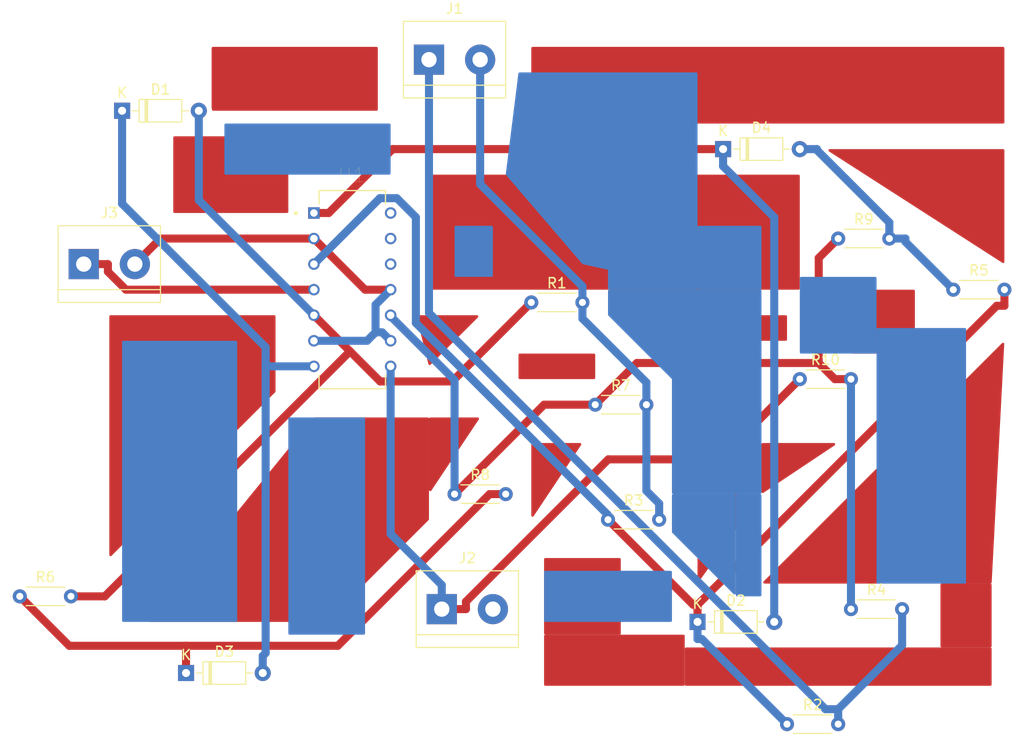
<source format=kicad_pcb>
(kicad_pcb (version 20171130) (host pcbnew "(5.1.5)-3")

  (general
    (thickness 1.6)
    (drawings 0)
    (tracks 103)
    (zones 0)
    (modules 18)
    (nets 17)
  )

  (page A4 portrait)
  (layers
    (0 F.Cu signal)
    (31 B.Cu signal)
    (32 B.Adhes user)
    (33 F.Adhes user)
    (34 B.Paste user)
    (35 F.Paste user)
    (36 B.SilkS user)
    (37 F.SilkS user)
    (38 B.Mask user)
    (39 F.Mask user)
    (40 Dwgs.User user)
    (41 Cmts.User user)
    (42 Eco1.User user)
    (43 Eco2.User user)
    (44 Edge.Cuts user)
    (45 Margin user)
    (46 B.CrtYd user)
    (47 F.CrtYd user)
    (48 B.Fab user)
    (49 F.Fab user)
  )

  (setup
    (last_trace_width 0.8)
    (trace_clearance 0.5)
    (zone_clearance 0.508)
    (zone_45_only no)
    (trace_min 0.8)
    (via_size 0.8)
    (via_drill 0.5)
    (via_min_size 0.4)
    (via_min_drill 0.5)
    (uvia_size 0.3)
    (uvia_drill 0.1)
    (uvias_allowed no)
    (uvia_min_size 0.2)
    (uvia_min_drill 0.1)
    (edge_width 0.05)
    (segment_width 0.2)
    (pcb_text_width 0.3)
    (pcb_text_size 1.5 1.5)
    (mod_edge_width 0.12)
    (mod_text_size 1 1)
    (mod_text_width 0.15)
    (pad_size 1.524 1.524)
    (pad_drill 0.762)
    (pad_to_mask_clearance 0.051)
    (solder_mask_min_width 0.25)
    (aux_axis_origin 0 0)
    (visible_elements 7FFFFFFF)
    (pcbplotparams
      (layerselection 0x00000_fffffffe)
      (usegerberextensions false)
      (usegerberattributes false)
      (usegerberadvancedattributes false)
      (creategerberjobfile false)
      (excludeedgelayer true)
      (linewidth 0.100000)
      (plotframeref false)
      (viasonmask false)
      (mode 1)
      (useauxorigin false)
      (hpglpennumber 1)
      (hpglpenspeed 20)
      (hpglpendiameter 15.000000)
      (psnegative false)
      (psa4output false)
      (plotreference true)
      (plotvalue true)
      (plotinvisibletext false)
      (padsonsilk false)
      (subtractmaskfromsilk false)
      (outputformat 4)
      (mirror true)
      (drillshape 0)
      (scaleselection 1)
      (outputdirectory ""))
  )

  (net 0 "")
  (net 1 "Net-(D1-Pad2)")
  (net 2 "Net-(D1-Pad1)")
  (net 3 "Net-(D2-Pad2)")
  (net 4 "Net-(D2-Pad1)")
  (net 5 "Net-(D3-Pad1)")
  (net 6 "Net-(D4-Pad2)")
  (net 7 "Net-(J1-Pad2)")
  (net 8 "Net-(J1-Pad1)")
  (net 9 "Net-(J2-Pad2)")
  (net 10 "Net-(J2-Pad1)")
  (net 11 GND)
  (net 12 VDD)
  (net 13 "Net-(R10-Pad2)")
  (net 14 "Net-(U1-Pad14)")
  (net 15 "Net-(U1-Pad13)")
  (net 16 "Net-(U1-Pad12)")

  (net_class Default "This is the default net class."
    (clearance 0.5)
    (trace_width 0.8)
    (via_dia 0.8)
    (via_drill 0.5)
    (uvia_dia 0.3)
    (uvia_drill 0.1)
    (diff_pair_width 0.8)
    (diff_pair_gap 0.25)
    (add_net GND)
    (add_net "Net-(D1-Pad1)")
    (add_net "Net-(D1-Pad2)")
    (add_net "Net-(D2-Pad1)")
    (add_net "Net-(D2-Pad2)")
    (add_net "Net-(D3-Pad1)")
    (add_net "Net-(D4-Pad2)")
    (add_net "Net-(J1-Pad1)")
    (add_net "Net-(J1-Pad2)")
    (add_net "Net-(J2-Pad1)")
    (add_net "Net-(J2-Pad2)")
    (add_net "Net-(R10-Pad2)")
    (add_net "Net-(U1-Pad12)")
    (add_net "Net-(U1-Pad13)")
    (add_net "Net-(U1-Pad14)")
    (add_net VDD)
  )

  (module LM324N:DIP762W45P254L1969H508Q14 (layer F.Cu) (tedit 5EBDA559) (tstamp 5EBE8796)
    (at 96.52 83.82)
    (path /5EBED0A4)
    (fp_text reference U1 (at -0.055 -11.389) (layer F.SilkS)
      (effects (font (size 1.4 1.4) (thickness 0.015)))
    )
    (fp_text value LM324N (at 17.475 11.389) (layer F.Fab)
      (effects (font (size 1.4 1.4) (thickness 0.015)))
    )
    (fp_line (start 3.3 8.51) (end 3.3 9.85) (layer F.SilkS) (width 0.127))
    (fp_line (start -3.3 8.51) (end -3.3 9.85) (layer F.SilkS) (width 0.127))
    (fp_line (start 3.3 -9.85) (end 3.3 -8.51) (layer F.SilkS) (width 0.127))
    (fp_line (start -3.3 -9.85) (end -3.3 -8.51) (layer F.SilkS) (width 0.127))
    (fp_circle (center -5.6 -7.6) (end -5.5 -7.6) (layer F.Fab) (width 0.2))
    (fp_circle (center -5.6 -7.6) (end -5.5 -7.6) (layer F.SilkS) (width 0.2))
    (fp_line (start 4.63 -10.1) (end -4.63 -10.1) (layer F.CrtYd) (width 0.05))
    (fp_line (start 4.63 10.1) (end 4.63 -10.1) (layer F.CrtYd) (width 0.05))
    (fp_line (start -4.63 10.1) (end 4.63 10.1) (layer F.CrtYd) (width 0.05))
    (fp_line (start -4.63 -10.1) (end -4.63 10.1) (layer F.CrtYd) (width 0.05))
    (fp_line (start 3.3 -9.85) (end -3.3 -9.85) (layer F.SilkS) (width 0.127))
    (fp_line (start -3.3 9.85) (end 3.3 9.85) (layer F.SilkS) (width 0.127))
    (fp_line (start 3.3 -9.85) (end -3.3 -9.85) (layer F.Fab) (width 0.127))
    (fp_line (start 3.3 9.85) (end 3.3 -9.85) (layer F.Fab) (width 0.127))
    (fp_line (start -3.3 9.85) (end 3.3 9.85) (layer F.Fab) (width 0.127))
    (fp_line (start -3.3 -9.85) (end -3.3 9.85) (layer F.Fab) (width 0.127))
    (pad 14 thru_hole circle (at 3.81 -7.62) (size 1.14 1.14) (drill 0.74) (layers *.Cu *.Mask)
      (net 14 "Net-(U1-Pad14)"))
    (pad 13 thru_hole circle (at 3.81 -5.08) (size 1.14 1.14) (drill 0.74) (layers *.Cu *.Mask)
      (net 15 "Net-(U1-Pad13)"))
    (pad 12 thru_hole circle (at 3.81 -2.54) (size 1.14 1.14) (drill 0.74) (layers *.Cu *.Mask)
      (net 16 "Net-(U1-Pad12)"))
    (pad 11 thru_hole circle (at 3.81 0) (size 1.14 1.14) (drill 0.74) (layers *.Cu *.Mask)
      (net 11 GND))
    (pad 10 thru_hole circle (at 3.81 2.54) (size 1.14 1.14) (drill 0.74) (layers *.Cu *.Mask)
      (net 13 "Net-(R10-Pad2)"))
    (pad 9 thru_hole circle (at 3.81 5.08) (size 1.14 1.14) (drill 0.74) (layers *.Cu *.Mask)
      (net 11 GND))
    (pad 8 thru_hole circle (at 3.81 7.62) (size 1.14 1.14) (drill 0.74) (layers *.Cu *.Mask)
      (net 10 "Net-(J2-Pad1)"))
    (pad 7 thru_hole circle (at -3.81 7.62) (size 1.14 1.14) (drill 0.74) (layers *.Cu *.Mask)
      (net 2 "Net-(D1-Pad1)"))
    (pad 6 thru_hole circle (at -3.81 5.08) (size 1.14 1.14) (drill 0.74) (layers *.Cu *.Mask)
      (net 11 GND))
    (pad 5 thru_hole circle (at -3.81 2.54) (size 1.14 1.14) (drill 0.74) (layers *.Cu *.Mask)
      (net 1 "Net-(D1-Pad2)"))
    (pad 4 thru_hole circle (at -3.81 0) (size 1.14 1.14) (drill 0.74) (layers *.Cu *.Mask)
      (net 12 VDD))
    (pad 3 thru_hole circle (at -3.81 -2.54) (size 1.14 1.14) (drill 0.74) (layers *.Cu *.Mask)
      (net 4 "Net-(D2-Pad1)"))
    (pad 2 thru_hole circle (at -3.81 -5.08) (size 1.14 1.14) (drill 0.74) (layers *.Cu *.Mask)
      (net 11 GND))
    (pad 1 thru_hole rect (at -3.81 -7.62) (size 1.14 1.14) (drill 0.74) (layers *.Cu *.Mask)
      (net 3 "Net-(D2-Pad2)"))
  )

  (module Resistor_THT:R_Axial_DIN0204_L3.6mm_D1.6mm_P5.08mm_Horizontal (layer F.Cu) (tedit 5AE5139B) (tstamp 5EBE8774)
    (at 140.97 92.71)
    (descr "Resistor, Axial_DIN0204 series, Axial, Horizontal, pin pitch=5.08mm, 0.167W, length*diameter=3.6*1.6mm^2, http://cdn-reichelt.de/documents/datenblatt/B400/1_4W%23YAG.pdf")
    (tags "Resistor Axial_DIN0204 series Axial Horizontal pin pitch 5.08mm 0.167W length 3.6mm diameter 1.6mm")
    (path /5EBF43CC)
    (fp_text reference R10 (at 2.54 -1.92) (layer F.SilkS)
      (effects (font (size 1 1) (thickness 0.15)))
    )
    (fp_text value R_Small_US (at 2.54 1.92) (layer F.Fab)
      (effects (font (size 1 1) (thickness 0.15)))
    )
    (fp_text user %R (at 2.54 0) (layer F.Fab)
      (effects (font (size 0.72 0.72) (thickness 0.108)))
    )
    (fp_line (start 6.03 -1.05) (end -0.95 -1.05) (layer F.CrtYd) (width 0.05))
    (fp_line (start 6.03 1.05) (end 6.03 -1.05) (layer F.CrtYd) (width 0.05))
    (fp_line (start -0.95 1.05) (end 6.03 1.05) (layer F.CrtYd) (width 0.05))
    (fp_line (start -0.95 -1.05) (end -0.95 1.05) (layer F.CrtYd) (width 0.05))
    (fp_line (start 0.62 0.92) (end 4.46 0.92) (layer F.SilkS) (width 0.12))
    (fp_line (start 0.62 -0.92) (end 4.46 -0.92) (layer F.SilkS) (width 0.12))
    (fp_line (start 5.08 0) (end 4.34 0) (layer F.Fab) (width 0.1))
    (fp_line (start 0 0) (end 0.74 0) (layer F.Fab) (width 0.1))
    (fp_line (start 4.34 -0.8) (end 0.74 -0.8) (layer F.Fab) (width 0.1))
    (fp_line (start 4.34 0.8) (end 4.34 -0.8) (layer F.Fab) (width 0.1))
    (fp_line (start 0.74 0.8) (end 4.34 0.8) (layer F.Fab) (width 0.1))
    (fp_line (start 0.74 -0.8) (end 0.74 0.8) (layer F.Fab) (width 0.1))
    (pad 2 thru_hole oval (at 5.08 0) (size 1.4 1.4) (drill 0.7) (layers *.Cu *.Mask)
      (net 13 "Net-(R10-Pad2)"))
    (pad 1 thru_hole circle (at 0 0) (size 1.4 1.4) (drill 0.7) (layers *.Cu *.Mask)
      (net 10 "Net-(J2-Pad1)"))
    (model ${KISYS3DMOD}/Resistor_THT.3dshapes/R_Axial_DIN0204_L3.6mm_D1.6mm_P5.08mm_Horizontal.wrl
      (at (xyz 0 0 0))
      (scale (xyz 1 1 1))
      (rotate (xyz 0 0 0))
    )
  )

  (module Resistor_THT:R_Axial_DIN0204_L3.6mm_D1.6mm_P5.08mm_Horizontal (layer F.Cu) (tedit 5AE5139B) (tstamp 5EBE8761)
    (at 144.78 78.74)
    (descr "Resistor, Axial_DIN0204 series, Axial, Horizontal, pin pitch=5.08mm, 0.167W, length*diameter=3.6*1.6mm^2, http://cdn-reichelt.de/documents/datenblatt/B400/1_4W%23YAG.pdf")
    (tags "Resistor Axial_DIN0204 series Axial Horizontal pin pitch 5.08mm 0.167W length 3.6mm diameter 1.6mm")
    (path /5EBF0053)
    (fp_text reference R9 (at 2.54 -1.92) (layer F.SilkS)
      (effects (font (size 1 1) (thickness 0.15)))
    )
    (fp_text value R_Small_US (at 2.54 1.92) (layer F.Fab)
      (effects (font (size 1 1) (thickness 0.15)))
    )
    (fp_text user %R (at 2.54 0) (layer F.Fab)
      (effects (font (size 0.72 0.72) (thickness 0.108)))
    )
    (fp_line (start 6.03 -1.05) (end -0.95 -1.05) (layer F.CrtYd) (width 0.05))
    (fp_line (start 6.03 1.05) (end 6.03 -1.05) (layer F.CrtYd) (width 0.05))
    (fp_line (start -0.95 1.05) (end 6.03 1.05) (layer F.CrtYd) (width 0.05))
    (fp_line (start -0.95 -1.05) (end -0.95 1.05) (layer F.CrtYd) (width 0.05))
    (fp_line (start 0.62 0.92) (end 4.46 0.92) (layer F.SilkS) (width 0.12))
    (fp_line (start 0.62 -0.92) (end 4.46 -0.92) (layer F.SilkS) (width 0.12))
    (fp_line (start 5.08 0) (end 4.34 0) (layer F.Fab) (width 0.1))
    (fp_line (start 0 0) (end 0.74 0) (layer F.Fab) (width 0.1))
    (fp_line (start 4.34 -0.8) (end 0.74 -0.8) (layer F.Fab) (width 0.1))
    (fp_line (start 4.34 0.8) (end 4.34 -0.8) (layer F.Fab) (width 0.1))
    (fp_line (start 0.74 0.8) (end 4.34 0.8) (layer F.Fab) (width 0.1))
    (fp_line (start 0.74 -0.8) (end 0.74 0.8) (layer F.Fab) (width 0.1))
    (pad 2 thru_hole oval (at 5.08 0) (size 1.4 1.4) (drill 0.7) (layers *.Cu *.Mask)
      (net 6 "Net-(D4-Pad2)"))
    (pad 1 thru_hole circle (at 0 0) (size 1.4 1.4) (drill 0.7) (layers *.Cu *.Mask)
      (net 13 "Net-(R10-Pad2)"))
    (model ${KISYS3DMOD}/Resistor_THT.3dshapes/R_Axial_DIN0204_L3.6mm_D1.6mm_P5.08mm_Horizontal.wrl
      (at (xyz 0 0 0))
      (scale (xyz 1 1 1))
      (rotate (xyz 0 0 0))
    )
  )

  (module Resistor_THT:R_Axial_DIN0204_L3.6mm_D1.6mm_P5.08mm_Horizontal (layer F.Cu) (tedit 5AE5139B) (tstamp 5EBE874E)
    (at 106.68 104.14)
    (descr "Resistor, Axial_DIN0204 series, Axial, Horizontal, pin pitch=5.08mm, 0.167W, length*diameter=3.6*1.6mm^2, http://cdn-reichelt.de/documents/datenblatt/B400/1_4W%23YAG.pdf")
    (tags "Resistor Axial_DIN0204 series Axial Horizontal pin pitch 5.08mm 0.167W length 3.6mm diameter 1.6mm")
    (path /5EBF29EF)
    (fp_text reference R8 (at 2.54 -1.92) (layer F.SilkS)
      (effects (font (size 1 1) (thickness 0.15)))
    )
    (fp_text value R_Small_US (at 2.54 1.92) (layer F.Fab)
      (effects (font (size 1 1) (thickness 0.15)))
    )
    (fp_text user %R (at 2.54 0) (layer F.Fab)
      (effects (font (size 0.72 0.72) (thickness 0.108)))
    )
    (fp_line (start 6.03 -1.05) (end -0.95 -1.05) (layer F.CrtYd) (width 0.05))
    (fp_line (start 6.03 1.05) (end 6.03 -1.05) (layer F.CrtYd) (width 0.05))
    (fp_line (start -0.95 1.05) (end 6.03 1.05) (layer F.CrtYd) (width 0.05))
    (fp_line (start -0.95 -1.05) (end -0.95 1.05) (layer F.CrtYd) (width 0.05))
    (fp_line (start 0.62 0.92) (end 4.46 0.92) (layer F.SilkS) (width 0.12))
    (fp_line (start 0.62 -0.92) (end 4.46 -0.92) (layer F.SilkS) (width 0.12))
    (fp_line (start 5.08 0) (end 4.34 0) (layer F.Fab) (width 0.1))
    (fp_line (start 0 0) (end 0.74 0) (layer F.Fab) (width 0.1))
    (fp_line (start 4.34 -0.8) (end 0.74 -0.8) (layer F.Fab) (width 0.1))
    (fp_line (start 4.34 0.8) (end 4.34 -0.8) (layer F.Fab) (width 0.1))
    (fp_line (start 0.74 0.8) (end 4.34 0.8) (layer F.Fab) (width 0.1))
    (fp_line (start 0.74 -0.8) (end 0.74 0.8) (layer F.Fab) (width 0.1))
    (pad 2 thru_hole oval (at 5.08 0) (size 1.4 1.4) (drill 0.7) (layers *.Cu *.Mask)
      (net 5 "Net-(D3-Pad1)"))
    (pad 1 thru_hole circle (at 0 0) (size 1.4 1.4) (drill 0.7) (layers *.Cu *.Mask)
      (net 13 "Net-(R10-Pad2)"))
    (model ${KISYS3DMOD}/Resistor_THT.3dshapes/R_Axial_DIN0204_L3.6mm_D1.6mm_P5.08mm_Horizontal.wrl
      (at (xyz 0 0 0))
      (scale (xyz 1 1 1))
      (rotate (xyz 0 0 0))
    )
  )

  (module Resistor_THT:R_Axial_DIN0204_L3.6mm_D1.6mm_P5.08mm_Horizontal (layer F.Cu) (tedit 5AE5139B) (tstamp 5EBE873B)
    (at 120.65 95.25)
    (descr "Resistor, Axial_DIN0204 series, Axial, Horizontal, pin pitch=5.08mm, 0.167W, length*diameter=3.6*1.6mm^2, http://cdn-reichelt.de/documents/datenblatt/B400/1_4W%23YAG.pdf")
    (tags "Resistor Axial_DIN0204 series Axial Horizontal pin pitch 5.08mm 0.167W length 3.6mm diameter 1.6mm")
    (path /5EBF34E7)
    (fp_text reference R7 (at 2.54 -1.92) (layer F.SilkS)
      (effects (font (size 1 1) (thickness 0.15)))
    )
    (fp_text value R_Small_US (at 2.54 1.92) (layer F.Fab)
      (effects (font (size 1 1) (thickness 0.15)))
    )
    (fp_text user %R (at 2.54 0) (layer F.Fab)
      (effects (font (size 0.72 0.72) (thickness 0.108)))
    )
    (fp_line (start 6.03 -1.05) (end -0.95 -1.05) (layer F.CrtYd) (width 0.05))
    (fp_line (start 6.03 1.05) (end 6.03 -1.05) (layer F.CrtYd) (width 0.05))
    (fp_line (start -0.95 1.05) (end 6.03 1.05) (layer F.CrtYd) (width 0.05))
    (fp_line (start -0.95 -1.05) (end -0.95 1.05) (layer F.CrtYd) (width 0.05))
    (fp_line (start 0.62 0.92) (end 4.46 0.92) (layer F.SilkS) (width 0.12))
    (fp_line (start 0.62 -0.92) (end 4.46 -0.92) (layer F.SilkS) (width 0.12))
    (fp_line (start 5.08 0) (end 4.34 0) (layer F.Fab) (width 0.1))
    (fp_line (start 0 0) (end 0.74 0) (layer F.Fab) (width 0.1))
    (fp_line (start 4.34 -0.8) (end 0.74 -0.8) (layer F.Fab) (width 0.1))
    (fp_line (start 4.34 0.8) (end 4.34 -0.8) (layer F.Fab) (width 0.1))
    (fp_line (start 0.74 0.8) (end 4.34 0.8) (layer F.Fab) (width 0.1))
    (fp_line (start 0.74 -0.8) (end 0.74 0.8) (layer F.Fab) (width 0.1))
    (pad 2 thru_hole oval (at 5.08 0) (size 1.4 1.4) (drill 0.7) (layers *.Cu *.Mask)
      (net 7 "Net-(J1-Pad2)"))
    (pad 1 thru_hole circle (at 0 0) (size 1.4 1.4) (drill 0.7) (layers *.Cu *.Mask)
      (net 13 "Net-(R10-Pad2)"))
    (model ${KISYS3DMOD}/Resistor_THT.3dshapes/R_Axial_DIN0204_L3.6mm_D1.6mm_P5.08mm_Horizontal.wrl
      (at (xyz 0 0 0))
      (scale (xyz 1 1 1))
      (rotate (xyz 0 0 0))
    )
  )

  (module Resistor_THT:R_Axial_DIN0204_L3.6mm_D1.6mm_P5.08mm_Horizontal (layer F.Cu) (tedit 5AE5139B) (tstamp 5EBE8728)
    (at 63.5 114.3)
    (descr "Resistor, Axial_DIN0204 series, Axial, Horizontal, pin pitch=5.08mm, 0.167W, length*diameter=3.6*1.6mm^2, http://cdn-reichelt.de/documents/datenblatt/B400/1_4W%23YAG.pdf")
    (tags "Resistor Axial_DIN0204 series Axial Horizontal pin pitch 5.08mm 0.167W length 3.6mm diameter 1.6mm")
    (path /5EBF1C6F)
    (fp_text reference R6 (at 2.54 -1.92) (layer F.SilkS)
      (effects (font (size 1 1) (thickness 0.15)))
    )
    (fp_text value R_Small_US (at 2.54 1.92) (layer F.Fab)
      (effects (font (size 1 1) (thickness 0.15)))
    )
    (fp_text user %R (at 2.54 0) (layer F.Fab)
      (effects (font (size 0.72 0.72) (thickness 0.108)))
    )
    (fp_line (start 6.03 -1.05) (end -0.95 -1.05) (layer F.CrtYd) (width 0.05))
    (fp_line (start 6.03 1.05) (end 6.03 -1.05) (layer F.CrtYd) (width 0.05))
    (fp_line (start -0.95 1.05) (end 6.03 1.05) (layer F.CrtYd) (width 0.05))
    (fp_line (start -0.95 -1.05) (end -0.95 1.05) (layer F.CrtYd) (width 0.05))
    (fp_line (start 0.62 0.92) (end 4.46 0.92) (layer F.SilkS) (width 0.12))
    (fp_line (start 0.62 -0.92) (end 4.46 -0.92) (layer F.SilkS) (width 0.12))
    (fp_line (start 5.08 0) (end 4.34 0) (layer F.Fab) (width 0.1))
    (fp_line (start 0 0) (end 0.74 0) (layer F.Fab) (width 0.1))
    (fp_line (start 4.34 -0.8) (end 0.74 -0.8) (layer F.Fab) (width 0.1))
    (fp_line (start 4.34 0.8) (end 4.34 -0.8) (layer F.Fab) (width 0.1))
    (fp_line (start 0.74 0.8) (end 4.34 0.8) (layer F.Fab) (width 0.1))
    (fp_line (start 0.74 -0.8) (end 0.74 0.8) (layer F.Fab) (width 0.1))
    (pad 2 thru_hole oval (at 5.08 0) (size 1.4 1.4) (drill 0.7) (layers *.Cu *.Mask)
      (net 1 "Net-(D1-Pad2)"))
    (pad 1 thru_hole circle (at 0 0) (size 1.4 1.4) (drill 0.7) (layers *.Cu *.Mask)
      (net 5 "Net-(D3-Pad1)"))
    (model ${KISYS3DMOD}/Resistor_THT.3dshapes/R_Axial_DIN0204_L3.6mm_D1.6mm_P5.08mm_Horizontal.wrl
      (at (xyz 0 0 0))
      (scale (xyz 1 1 1))
      (rotate (xyz 0 0 0))
    )
  )

  (module Resistor_THT:R_Axial_DIN0204_L3.6mm_D1.6mm_P5.08mm_Horizontal (layer F.Cu) (tedit 5AE5139B) (tstamp 5EBE8715)
    (at 156.21 83.82)
    (descr "Resistor, Axial_DIN0204 series, Axial, Horizontal, pin pitch=5.08mm, 0.167W, length*diameter=3.6*1.6mm^2, http://cdn-reichelt.de/documents/datenblatt/B400/1_4W%23YAG.pdf")
    (tags "Resistor Axial_DIN0204 series Axial Horizontal pin pitch 5.08mm 0.167W length 3.6mm diameter 1.6mm")
    (path /5EBEE324)
    (fp_text reference R5 (at 2.54 -1.92) (layer F.SilkS)
      (effects (font (size 1 1) (thickness 0.15)))
    )
    (fp_text value R_Small_US (at 2.54 1.92) (layer F.Fab)
      (effects (font (size 1 1) (thickness 0.15)))
    )
    (fp_text user %R (at 2.54 0) (layer F.Fab)
      (effects (font (size 0.72 0.72) (thickness 0.108)))
    )
    (fp_line (start 6.03 -1.05) (end -0.95 -1.05) (layer F.CrtYd) (width 0.05))
    (fp_line (start 6.03 1.05) (end 6.03 -1.05) (layer F.CrtYd) (width 0.05))
    (fp_line (start -0.95 1.05) (end 6.03 1.05) (layer F.CrtYd) (width 0.05))
    (fp_line (start -0.95 -1.05) (end -0.95 1.05) (layer F.CrtYd) (width 0.05))
    (fp_line (start 0.62 0.92) (end 4.46 0.92) (layer F.SilkS) (width 0.12))
    (fp_line (start 0.62 -0.92) (end 4.46 -0.92) (layer F.SilkS) (width 0.12))
    (fp_line (start 5.08 0) (end 4.34 0) (layer F.Fab) (width 0.1))
    (fp_line (start 0 0) (end 0.74 0) (layer F.Fab) (width 0.1))
    (fp_line (start 4.34 -0.8) (end 0.74 -0.8) (layer F.Fab) (width 0.1))
    (fp_line (start 4.34 0.8) (end 4.34 -0.8) (layer F.Fab) (width 0.1))
    (fp_line (start 0.74 0.8) (end 4.34 0.8) (layer F.Fab) (width 0.1))
    (fp_line (start 0.74 -0.8) (end 0.74 0.8) (layer F.Fab) (width 0.1))
    (pad 2 thru_hole oval (at 5.08 0) (size 1.4 1.4) (drill 0.7) (layers *.Cu *.Mask)
      (net 4 "Net-(D2-Pad1)"))
    (pad 1 thru_hole circle (at 0 0) (size 1.4 1.4) (drill 0.7) (layers *.Cu *.Mask)
      (net 6 "Net-(D4-Pad2)"))
    (model ${KISYS3DMOD}/Resistor_THT.3dshapes/R_Axial_DIN0204_L3.6mm_D1.6mm_P5.08mm_Horizontal.wrl
      (at (xyz 0 0 0))
      (scale (xyz 1 1 1))
      (rotate (xyz 0 0 0))
    )
  )

  (module Resistor_THT:R_Axial_DIN0204_L3.6mm_D1.6mm_P5.08mm_Horizontal (layer F.Cu) (tedit 5AE5139B) (tstamp 5EBE8702)
    (at 146.05 115.57)
    (descr "Resistor, Axial_DIN0204 series, Axial, Horizontal, pin pitch=5.08mm, 0.167W, length*diameter=3.6*1.6mm^2, http://cdn-reichelt.de/documents/datenblatt/B400/1_4W%23YAG.pdf")
    (tags "Resistor Axial_DIN0204 series Axial Horizontal pin pitch 5.08mm 0.167W length 3.6mm diameter 1.6mm")
    (path /5EBEF056)
    (fp_text reference R4 (at 2.54 -1.92) (layer F.SilkS)
      (effects (font (size 1 1) (thickness 0.15)))
    )
    (fp_text value R_Small_US (at 2.54 1.92) (layer F.Fab)
      (effects (font (size 1 1) (thickness 0.15)))
    )
    (fp_text user %R (at 2.54 0) (layer F.Fab)
      (effects (font (size 0.72 0.72) (thickness 0.108)))
    )
    (fp_line (start 6.03 -1.05) (end -0.95 -1.05) (layer F.CrtYd) (width 0.05))
    (fp_line (start 6.03 1.05) (end 6.03 -1.05) (layer F.CrtYd) (width 0.05))
    (fp_line (start -0.95 1.05) (end 6.03 1.05) (layer F.CrtYd) (width 0.05))
    (fp_line (start -0.95 -1.05) (end -0.95 1.05) (layer F.CrtYd) (width 0.05))
    (fp_line (start 0.62 0.92) (end 4.46 0.92) (layer F.SilkS) (width 0.12))
    (fp_line (start 0.62 -0.92) (end 4.46 -0.92) (layer F.SilkS) (width 0.12))
    (fp_line (start 5.08 0) (end 4.34 0) (layer F.Fab) (width 0.1))
    (fp_line (start 0 0) (end 0.74 0) (layer F.Fab) (width 0.1))
    (fp_line (start 4.34 -0.8) (end 0.74 -0.8) (layer F.Fab) (width 0.1))
    (fp_line (start 4.34 0.8) (end 4.34 -0.8) (layer F.Fab) (width 0.1))
    (fp_line (start 0.74 0.8) (end 4.34 0.8) (layer F.Fab) (width 0.1))
    (fp_line (start 0.74 -0.8) (end 0.74 0.8) (layer F.Fab) (width 0.1))
    (pad 2 thru_hole oval (at 5.08 0) (size 1.4 1.4) (drill 0.7) (layers *.Cu *.Mask)
      (net 8 "Net-(J1-Pad1)"))
    (pad 1 thru_hole circle (at 0 0) (size 1.4 1.4) (drill 0.7) (layers *.Cu *.Mask)
      (net 13 "Net-(R10-Pad2)"))
    (model ${KISYS3DMOD}/Resistor_THT.3dshapes/R_Axial_DIN0204_L3.6mm_D1.6mm_P5.08mm_Horizontal.wrl
      (at (xyz 0 0 0))
      (scale (xyz 1 1 1))
      (rotate (xyz 0 0 0))
    )
  )

  (module Resistor_THT:R_Axial_DIN0204_L3.6mm_D1.6mm_P5.08mm_Horizontal (layer F.Cu) (tedit 5AE5139B) (tstamp 5EBE86EF)
    (at 121.92 106.68)
    (descr "Resistor, Axial_DIN0204 series, Axial, Horizontal, pin pitch=5.08mm, 0.167W, length*diameter=3.6*1.6mm^2, http://cdn-reichelt.de/documents/datenblatt/B400/1_4W%23YAG.pdf")
    (tags "Resistor Axial_DIN0204 series Axial Horizontal pin pitch 5.08mm 0.167W length 3.6mm diameter 1.6mm")
    (path /5EBED514)
    (fp_text reference R3 (at 2.54 -1.92) (layer F.SilkS)
      (effects (font (size 1 1) (thickness 0.15)))
    )
    (fp_text value R_Small_US (at 2.54 1.92) (layer F.Fab)
      (effects (font (size 1 1) (thickness 0.15)))
    )
    (fp_text user %R (at 2.54 0) (layer F.Fab)
      (effects (font (size 0.72 0.72) (thickness 0.108)))
    )
    (fp_line (start 6.03 -1.05) (end -0.95 -1.05) (layer F.CrtYd) (width 0.05))
    (fp_line (start 6.03 1.05) (end 6.03 -1.05) (layer F.CrtYd) (width 0.05))
    (fp_line (start -0.95 1.05) (end 6.03 1.05) (layer F.CrtYd) (width 0.05))
    (fp_line (start -0.95 -1.05) (end -0.95 1.05) (layer F.CrtYd) (width 0.05))
    (fp_line (start 0.62 0.92) (end 4.46 0.92) (layer F.SilkS) (width 0.12))
    (fp_line (start 0.62 -0.92) (end 4.46 -0.92) (layer F.SilkS) (width 0.12))
    (fp_line (start 5.08 0) (end 4.34 0) (layer F.Fab) (width 0.1))
    (fp_line (start 0 0) (end 0.74 0) (layer F.Fab) (width 0.1))
    (fp_line (start 4.34 -0.8) (end 0.74 -0.8) (layer F.Fab) (width 0.1))
    (fp_line (start 4.34 0.8) (end 4.34 -0.8) (layer F.Fab) (width 0.1))
    (fp_line (start 0.74 0.8) (end 4.34 0.8) (layer F.Fab) (width 0.1))
    (fp_line (start 0.74 -0.8) (end 0.74 0.8) (layer F.Fab) (width 0.1))
    (pad 2 thru_hole oval (at 5.08 0) (size 1.4 1.4) (drill 0.7) (layers *.Cu *.Mask)
      (net 7 "Net-(J1-Pad2)"))
    (pad 1 thru_hole circle (at 0 0) (size 1.4 1.4) (drill 0.7) (layers *.Cu *.Mask)
      (net 4 "Net-(D2-Pad1)"))
    (model ${KISYS3DMOD}/Resistor_THT.3dshapes/R_Axial_DIN0204_L3.6mm_D1.6mm_P5.08mm_Horizontal.wrl
      (at (xyz 0 0 0))
      (scale (xyz 1 1 1))
      (rotate (xyz 0 0 0))
    )
  )

  (module Resistor_THT:R_Axial_DIN0204_L3.6mm_D1.6mm_P5.08mm_Horizontal (layer F.Cu) (tedit 5AE5139B) (tstamp 5EBE86DC)
    (at 139.7 127)
    (descr "Resistor, Axial_DIN0204 series, Axial, Horizontal, pin pitch=5.08mm, 0.167W, length*diameter=3.6*1.6mm^2, http://cdn-reichelt.de/documents/datenblatt/B400/1_4W%23YAG.pdf")
    (tags "Resistor Axial_DIN0204 series Axial Horizontal pin pitch 5.08mm 0.167W length 3.6mm diameter 1.6mm")
    (path /5EBEC1FC)
    (fp_text reference R2 (at 2.54 -1.92) (layer F.SilkS)
      (effects (font (size 1 1) (thickness 0.15)))
    )
    (fp_text value R_Small_US (at 2.54 1.92) (layer F.Fab)
      (effects (font (size 1 1) (thickness 0.15)))
    )
    (fp_text user %R (at 2.54 0) (layer F.Fab)
      (effects (font (size 0.72 0.72) (thickness 0.108)))
    )
    (fp_line (start 6.03 -1.05) (end -0.95 -1.05) (layer F.CrtYd) (width 0.05))
    (fp_line (start 6.03 1.05) (end 6.03 -1.05) (layer F.CrtYd) (width 0.05))
    (fp_line (start -0.95 1.05) (end 6.03 1.05) (layer F.CrtYd) (width 0.05))
    (fp_line (start -0.95 -1.05) (end -0.95 1.05) (layer F.CrtYd) (width 0.05))
    (fp_line (start 0.62 0.92) (end 4.46 0.92) (layer F.SilkS) (width 0.12))
    (fp_line (start 0.62 -0.92) (end 4.46 -0.92) (layer F.SilkS) (width 0.12))
    (fp_line (start 5.08 0) (end 4.34 0) (layer F.Fab) (width 0.1))
    (fp_line (start 0 0) (end 0.74 0) (layer F.Fab) (width 0.1))
    (fp_line (start 4.34 -0.8) (end 0.74 -0.8) (layer F.Fab) (width 0.1))
    (fp_line (start 4.34 0.8) (end 4.34 -0.8) (layer F.Fab) (width 0.1))
    (fp_line (start 0.74 0.8) (end 4.34 0.8) (layer F.Fab) (width 0.1))
    (fp_line (start 0.74 -0.8) (end 0.74 0.8) (layer F.Fab) (width 0.1))
    (pad 2 thru_hole oval (at 5.08 0) (size 1.4 1.4) (drill 0.7) (layers *.Cu *.Mask)
      (net 8 "Net-(J1-Pad1)"))
    (pad 1 thru_hole circle (at 0 0) (size 1.4 1.4) (drill 0.7) (layers *.Cu *.Mask)
      (net 4 "Net-(D2-Pad1)"))
    (model ${KISYS3DMOD}/Resistor_THT.3dshapes/R_Axial_DIN0204_L3.6mm_D1.6mm_P5.08mm_Horizontal.wrl
      (at (xyz 0 0 0))
      (scale (xyz 1 1 1))
      (rotate (xyz 0 0 0))
    )
  )

  (module Resistor_THT:R_Axial_DIN0204_L3.6mm_D1.6mm_P5.08mm_Horizontal (layer F.Cu) (tedit 5AE5139B) (tstamp 5EBE86C9)
    (at 114.3 85.09)
    (descr "Resistor, Axial_DIN0204 series, Axial, Horizontal, pin pitch=5.08mm, 0.167W, length*diameter=3.6*1.6mm^2, http://cdn-reichelt.de/documents/datenblatt/B400/1_4W%23YAG.pdf")
    (tags "Resistor Axial_DIN0204 series Axial Horizontal pin pitch 5.08mm 0.167W length 3.6mm diameter 1.6mm")
    (path /5EBF0F65)
    (fp_text reference R1 (at 2.54 -1.92) (layer F.SilkS)
      (effects (font (size 1 1) (thickness 0.15)))
    )
    (fp_text value R_Small_US (at 2.54 1.92) (layer F.Fab)
      (effects (font (size 1 1) (thickness 0.15)))
    )
    (fp_text user %R (at 2.54 0) (layer F.Fab)
      (effects (font (size 0.72 0.72) (thickness 0.108)))
    )
    (fp_line (start 6.03 -1.05) (end -0.95 -1.05) (layer F.CrtYd) (width 0.05))
    (fp_line (start 6.03 1.05) (end 6.03 -1.05) (layer F.CrtYd) (width 0.05))
    (fp_line (start -0.95 1.05) (end 6.03 1.05) (layer F.CrtYd) (width 0.05))
    (fp_line (start -0.95 -1.05) (end -0.95 1.05) (layer F.CrtYd) (width 0.05))
    (fp_line (start 0.62 0.92) (end 4.46 0.92) (layer F.SilkS) (width 0.12))
    (fp_line (start 0.62 -0.92) (end 4.46 -0.92) (layer F.SilkS) (width 0.12))
    (fp_line (start 5.08 0) (end 4.34 0) (layer F.Fab) (width 0.1))
    (fp_line (start 0 0) (end 0.74 0) (layer F.Fab) (width 0.1))
    (fp_line (start 4.34 -0.8) (end 0.74 -0.8) (layer F.Fab) (width 0.1))
    (fp_line (start 4.34 0.8) (end 4.34 -0.8) (layer F.Fab) (width 0.1))
    (fp_line (start 0.74 0.8) (end 4.34 0.8) (layer F.Fab) (width 0.1))
    (fp_line (start 0.74 -0.8) (end 0.74 0.8) (layer F.Fab) (width 0.1))
    (pad 2 thru_hole oval (at 5.08 0) (size 1.4 1.4) (drill 0.7) (layers *.Cu *.Mask)
      (net 7 "Net-(J1-Pad2)"))
    (pad 1 thru_hole circle (at 0 0) (size 1.4 1.4) (drill 0.7) (layers *.Cu *.Mask)
      (net 1 "Net-(D1-Pad2)"))
    (model ${KISYS3DMOD}/Resistor_THT.3dshapes/R_Axial_DIN0204_L3.6mm_D1.6mm_P5.08mm_Horizontal.wrl
      (at (xyz 0 0 0))
      (scale (xyz 1 1 1))
      (rotate (xyz 0 0 0))
    )
  )

  (module TerminalBlock:TerminalBlock_bornier-2_P5.08mm (layer F.Cu) (tedit 59FF03AB) (tstamp 5EBE86B6)
    (at 69.85 81.28)
    (descr "simple 2-pin terminal block, pitch 5.08mm, revamped version of bornier2")
    (tags "terminal block bornier2")
    (path /5EBE17C4)
    (fp_text reference J3 (at 2.54 -5.08) (layer F.SilkS)
      (effects (font (size 1 1) (thickness 0.15)))
    )
    (fp_text value Conn_01x02_Female (at 2.54 5.08) (layer F.Fab)
      (effects (font (size 1 1) (thickness 0.15)))
    )
    (fp_line (start 7.79 4) (end -2.71 4) (layer F.CrtYd) (width 0.05))
    (fp_line (start 7.79 4) (end 7.79 -4) (layer F.CrtYd) (width 0.05))
    (fp_line (start -2.71 -4) (end -2.71 4) (layer F.CrtYd) (width 0.05))
    (fp_line (start -2.71 -4) (end 7.79 -4) (layer F.CrtYd) (width 0.05))
    (fp_line (start -2.54 3.81) (end 7.62 3.81) (layer F.SilkS) (width 0.12))
    (fp_line (start -2.54 -3.81) (end -2.54 3.81) (layer F.SilkS) (width 0.12))
    (fp_line (start 7.62 -3.81) (end -2.54 -3.81) (layer F.SilkS) (width 0.12))
    (fp_line (start 7.62 3.81) (end 7.62 -3.81) (layer F.SilkS) (width 0.12))
    (fp_line (start 7.62 2.54) (end -2.54 2.54) (layer F.SilkS) (width 0.12))
    (fp_line (start 7.54 -3.75) (end -2.46 -3.75) (layer F.Fab) (width 0.1))
    (fp_line (start 7.54 3.75) (end 7.54 -3.75) (layer F.Fab) (width 0.1))
    (fp_line (start -2.46 3.75) (end 7.54 3.75) (layer F.Fab) (width 0.1))
    (fp_line (start -2.46 -3.75) (end -2.46 3.75) (layer F.Fab) (width 0.1))
    (fp_line (start -2.41 2.55) (end 7.49 2.55) (layer F.Fab) (width 0.1))
    (fp_text user %R (at 2.54 0) (layer F.Fab)
      (effects (font (size 1 1) (thickness 0.15)))
    )
    (pad 2 thru_hole circle (at 5.08 0) (size 3 3) (drill 1.52) (layers *.Cu *.Mask)
      (net 11 GND))
    (pad 1 thru_hole rect (at 0 0) (size 3 3) (drill 1.52) (layers *.Cu *.Mask)
      (net 12 VDD))
    (model ${KISYS3DMOD}/TerminalBlock.3dshapes/TerminalBlock_bornier-2_P5.08mm.wrl
      (offset (xyz 2.539999961853027 0 0))
      (scale (xyz 1 1 1))
      (rotate (xyz 0 0 0))
    )
  )

  (module TerminalBlock:TerminalBlock_bornier-2_P5.08mm (layer F.Cu) (tedit 59FF03AB) (tstamp 5EBE86A1)
    (at 105.41 115.57)
    (descr "simple 2-pin terminal block, pitch 5.08mm, revamped version of bornier2")
    (tags "terminal block bornier2")
    (path /5EC0CB35)
    (fp_text reference J2 (at 2.54 -5.08) (layer F.SilkS)
      (effects (font (size 1 1) (thickness 0.15)))
    )
    (fp_text value Conn_01x02_Female (at 2.54 5.08) (layer F.Fab)
      (effects (font (size 1 1) (thickness 0.15)))
    )
    (fp_line (start 7.79 4) (end -2.71 4) (layer F.CrtYd) (width 0.05))
    (fp_line (start 7.79 4) (end 7.79 -4) (layer F.CrtYd) (width 0.05))
    (fp_line (start -2.71 -4) (end -2.71 4) (layer F.CrtYd) (width 0.05))
    (fp_line (start -2.71 -4) (end 7.79 -4) (layer F.CrtYd) (width 0.05))
    (fp_line (start -2.54 3.81) (end 7.62 3.81) (layer F.SilkS) (width 0.12))
    (fp_line (start -2.54 -3.81) (end -2.54 3.81) (layer F.SilkS) (width 0.12))
    (fp_line (start 7.62 -3.81) (end -2.54 -3.81) (layer F.SilkS) (width 0.12))
    (fp_line (start 7.62 3.81) (end 7.62 -3.81) (layer F.SilkS) (width 0.12))
    (fp_line (start 7.62 2.54) (end -2.54 2.54) (layer F.SilkS) (width 0.12))
    (fp_line (start 7.54 -3.75) (end -2.46 -3.75) (layer F.Fab) (width 0.1))
    (fp_line (start 7.54 3.75) (end 7.54 -3.75) (layer F.Fab) (width 0.1))
    (fp_line (start -2.46 3.75) (end 7.54 3.75) (layer F.Fab) (width 0.1))
    (fp_line (start -2.46 -3.75) (end -2.46 3.75) (layer F.Fab) (width 0.1))
    (fp_line (start -2.41 2.55) (end 7.49 2.55) (layer F.Fab) (width 0.1))
    (fp_text user %R (at 2.54 0) (layer F.Fab)
      (effects (font (size 1 1) (thickness 0.15)))
    )
    (pad 2 thru_hole circle (at 5.08 0) (size 3 3) (drill 1.52) (layers *.Cu *.Mask)
      (net 9 "Net-(J2-Pad2)"))
    (pad 1 thru_hole rect (at 0 0) (size 3 3) (drill 1.52) (layers *.Cu *.Mask)
      (net 10 "Net-(J2-Pad1)"))
    (model ${KISYS3DMOD}/TerminalBlock.3dshapes/TerminalBlock_bornier-2_P5.08mm.wrl
      (offset (xyz 2.539999961853027 0 0))
      (scale (xyz 1 1 1))
      (rotate (xyz 0 0 0))
    )
  )

  (module TerminalBlock:TerminalBlock_bornier-2_P5.08mm (layer F.Cu) (tedit 59FF03AB) (tstamp 5EBE868C)
    (at 104.14 60.96)
    (descr "simple 2-pin terminal block, pitch 5.08mm, revamped version of bornier2")
    (tags "terminal block bornier2")
    (path /5EC09F31)
    (fp_text reference J1 (at 2.54 -5.08) (layer F.SilkS)
      (effects (font (size 1 1) (thickness 0.15)))
    )
    (fp_text value Conn_01x02_Female (at 2.54 5.08) (layer F.Fab)
      (effects (font (size 1 1) (thickness 0.15)))
    )
    (fp_line (start 7.79 4) (end -2.71 4) (layer F.CrtYd) (width 0.05))
    (fp_line (start 7.79 4) (end 7.79 -4) (layer F.CrtYd) (width 0.05))
    (fp_line (start -2.71 -4) (end -2.71 4) (layer F.CrtYd) (width 0.05))
    (fp_line (start -2.71 -4) (end 7.79 -4) (layer F.CrtYd) (width 0.05))
    (fp_line (start -2.54 3.81) (end 7.62 3.81) (layer F.SilkS) (width 0.12))
    (fp_line (start -2.54 -3.81) (end -2.54 3.81) (layer F.SilkS) (width 0.12))
    (fp_line (start 7.62 -3.81) (end -2.54 -3.81) (layer F.SilkS) (width 0.12))
    (fp_line (start 7.62 3.81) (end 7.62 -3.81) (layer F.SilkS) (width 0.12))
    (fp_line (start 7.62 2.54) (end -2.54 2.54) (layer F.SilkS) (width 0.12))
    (fp_line (start 7.54 -3.75) (end -2.46 -3.75) (layer F.Fab) (width 0.1))
    (fp_line (start 7.54 3.75) (end 7.54 -3.75) (layer F.Fab) (width 0.1))
    (fp_line (start -2.46 3.75) (end 7.54 3.75) (layer F.Fab) (width 0.1))
    (fp_line (start -2.46 -3.75) (end -2.46 3.75) (layer F.Fab) (width 0.1))
    (fp_line (start -2.41 2.55) (end 7.49 2.55) (layer F.Fab) (width 0.1))
    (fp_text user %R (at 2.54 0) (layer F.Fab)
      (effects (font (size 1 1) (thickness 0.15)))
    )
    (pad 2 thru_hole circle (at 5.08 0) (size 3 3) (drill 1.52) (layers *.Cu *.Mask)
      (net 7 "Net-(J1-Pad2)"))
    (pad 1 thru_hole rect (at 0 0) (size 3 3) (drill 1.52) (layers *.Cu *.Mask)
      (net 8 "Net-(J1-Pad1)"))
    (model ${KISYS3DMOD}/TerminalBlock.3dshapes/TerminalBlock_bornier-2_P5.08mm.wrl
      (offset (xyz 2.539999961853027 0 0))
      (scale (xyz 1 1 1))
      (rotate (xyz 0 0 0))
    )
  )

  (module Diode_THT:D_DO-35_SOD27_P7.62mm_Horizontal (layer F.Cu) (tedit 5AE50CD5) (tstamp 5EBE8677)
    (at 133.35 69.85)
    (descr "Diode, DO-35_SOD27 series, Axial, Horizontal, pin pitch=7.62mm, , length*diameter=4*2mm^2, , http://www.diodes.com/_files/packages/DO-35.pdf")
    (tags "Diode DO-35_SOD27 series Axial Horizontal pin pitch 7.62mm  length 4mm diameter 2mm")
    (path /5EBE3F92)
    (fp_text reference D4 (at 3.81 -2.12) (layer F.SilkS)
      (effects (font (size 1 1) (thickness 0.15)))
    )
    (fp_text value 1N4148 (at 3.81 2.12) (layer F.Fab)
      (effects (font (size 1 1) (thickness 0.15)))
    )
    (fp_text user K (at 0 -1.8) (layer F.SilkS)
      (effects (font (size 1 1) (thickness 0.15)))
    )
    (fp_text user K (at 0 -1.8) (layer F.Fab)
      (effects (font (size 1 1) (thickness 0.15)))
    )
    (fp_text user %R (at 4.11 0) (layer F.Fab)
      (effects (font (size 0.8 0.8) (thickness 0.12)))
    )
    (fp_line (start 8.67 -1.25) (end -1.05 -1.25) (layer F.CrtYd) (width 0.05))
    (fp_line (start 8.67 1.25) (end 8.67 -1.25) (layer F.CrtYd) (width 0.05))
    (fp_line (start -1.05 1.25) (end 8.67 1.25) (layer F.CrtYd) (width 0.05))
    (fp_line (start -1.05 -1.25) (end -1.05 1.25) (layer F.CrtYd) (width 0.05))
    (fp_line (start 2.29 -1.12) (end 2.29 1.12) (layer F.SilkS) (width 0.12))
    (fp_line (start 2.53 -1.12) (end 2.53 1.12) (layer F.SilkS) (width 0.12))
    (fp_line (start 2.41 -1.12) (end 2.41 1.12) (layer F.SilkS) (width 0.12))
    (fp_line (start 6.58 0) (end 5.93 0) (layer F.SilkS) (width 0.12))
    (fp_line (start 1.04 0) (end 1.69 0) (layer F.SilkS) (width 0.12))
    (fp_line (start 5.93 -1.12) (end 1.69 -1.12) (layer F.SilkS) (width 0.12))
    (fp_line (start 5.93 1.12) (end 5.93 -1.12) (layer F.SilkS) (width 0.12))
    (fp_line (start 1.69 1.12) (end 5.93 1.12) (layer F.SilkS) (width 0.12))
    (fp_line (start 1.69 -1.12) (end 1.69 1.12) (layer F.SilkS) (width 0.12))
    (fp_line (start 2.31 -1) (end 2.31 1) (layer F.Fab) (width 0.1))
    (fp_line (start 2.51 -1) (end 2.51 1) (layer F.Fab) (width 0.1))
    (fp_line (start 2.41 -1) (end 2.41 1) (layer F.Fab) (width 0.1))
    (fp_line (start 7.62 0) (end 5.81 0) (layer F.Fab) (width 0.1))
    (fp_line (start 0 0) (end 1.81 0) (layer F.Fab) (width 0.1))
    (fp_line (start 5.81 -1) (end 1.81 -1) (layer F.Fab) (width 0.1))
    (fp_line (start 5.81 1) (end 5.81 -1) (layer F.Fab) (width 0.1))
    (fp_line (start 1.81 1) (end 5.81 1) (layer F.Fab) (width 0.1))
    (fp_line (start 1.81 -1) (end 1.81 1) (layer F.Fab) (width 0.1))
    (pad 2 thru_hole oval (at 7.62 0) (size 1.6 1.6) (drill 0.8) (layers *.Cu *.Mask)
      (net 6 "Net-(D4-Pad2)"))
    (pad 1 thru_hole rect (at 0 0) (size 1.6 1.6) (drill 0.8) (layers *.Cu *.Mask)
      (net 3 "Net-(D2-Pad2)"))
    (model ${KISYS3DMOD}/Diode_THT.3dshapes/D_DO-35_SOD27_P7.62mm_Horizontal.wrl
      (at (xyz 0 0 0))
      (scale (xyz 1 1 1))
      (rotate (xyz 0 0 0))
    )
  )

  (module Diode_THT:D_DO-35_SOD27_P7.62mm_Horizontal (layer F.Cu) (tedit 5AE50CD5) (tstamp 5EBE8658)
    (at 80.01 121.92)
    (descr "Diode, DO-35_SOD27 series, Axial, Horizontal, pin pitch=7.62mm, , length*diameter=4*2mm^2, , http://www.diodes.com/_files/packages/DO-35.pdf")
    (tags "Diode DO-35_SOD27 series Axial Horizontal pin pitch 7.62mm  length 4mm diameter 2mm")
    (path /5EBE9CEA)
    (fp_text reference D3 (at 3.81 -2.12) (layer F.SilkS)
      (effects (font (size 1 1) (thickness 0.15)))
    )
    (fp_text value 1N4148 (at 3.81 2.12) (layer F.Fab)
      (effects (font (size 1 1) (thickness 0.15)))
    )
    (fp_text user K (at 0 -1.8) (layer F.SilkS)
      (effects (font (size 1 1) (thickness 0.15)))
    )
    (fp_text user K (at 0 -1.8) (layer F.Fab)
      (effects (font (size 1 1) (thickness 0.15)))
    )
    (fp_text user %R (at 4.11 0) (layer F.Fab)
      (effects (font (size 0.8 0.8) (thickness 0.12)))
    )
    (fp_line (start 8.67 -1.25) (end -1.05 -1.25) (layer F.CrtYd) (width 0.05))
    (fp_line (start 8.67 1.25) (end 8.67 -1.25) (layer F.CrtYd) (width 0.05))
    (fp_line (start -1.05 1.25) (end 8.67 1.25) (layer F.CrtYd) (width 0.05))
    (fp_line (start -1.05 -1.25) (end -1.05 1.25) (layer F.CrtYd) (width 0.05))
    (fp_line (start 2.29 -1.12) (end 2.29 1.12) (layer F.SilkS) (width 0.12))
    (fp_line (start 2.53 -1.12) (end 2.53 1.12) (layer F.SilkS) (width 0.12))
    (fp_line (start 2.41 -1.12) (end 2.41 1.12) (layer F.SilkS) (width 0.12))
    (fp_line (start 6.58 0) (end 5.93 0) (layer F.SilkS) (width 0.12))
    (fp_line (start 1.04 0) (end 1.69 0) (layer F.SilkS) (width 0.12))
    (fp_line (start 5.93 -1.12) (end 1.69 -1.12) (layer F.SilkS) (width 0.12))
    (fp_line (start 5.93 1.12) (end 5.93 -1.12) (layer F.SilkS) (width 0.12))
    (fp_line (start 1.69 1.12) (end 5.93 1.12) (layer F.SilkS) (width 0.12))
    (fp_line (start 1.69 -1.12) (end 1.69 1.12) (layer F.SilkS) (width 0.12))
    (fp_line (start 2.31 -1) (end 2.31 1) (layer F.Fab) (width 0.1))
    (fp_line (start 2.51 -1) (end 2.51 1) (layer F.Fab) (width 0.1))
    (fp_line (start 2.41 -1) (end 2.41 1) (layer F.Fab) (width 0.1))
    (fp_line (start 7.62 0) (end 5.81 0) (layer F.Fab) (width 0.1))
    (fp_line (start 0 0) (end 1.81 0) (layer F.Fab) (width 0.1))
    (fp_line (start 5.81 -1) (end 1.81 -1) (layer F.Fab) (width 0.1))
    (fp_line (start 5.81 1) (end 5.81 -1) (layer F.Fab) (width 0.1))
    (fp_line (start 1.81 1) (end 5.81 1) (layer F.Fab) (width 0.1))
    (fp_line (start 1.81 -1) (end 1.81 1) (layer F.Fab) (width 0.1))
    (pad 2 thru_hole oval (at 7.62 0) (size 1.6 1.6) (drill 0.8) (layers *.Cu *.Mask)
      (net 2 "Net-(D1-Pad1)"))
    (pad 1 thru_hole rect (at 0 0) (size 1.6 1.6) (drill 0.8) (layers *.Cu *.Mask)
      (net 5 "Net-(D3-Pad1)"))
    (model ${KISYS3DMOD}/Diode_THT.3dshapes/D_DO-35_SOD27_P7.62mm_Horizontal.wrl
      (at (xyz 0 0 0))
      (scale (xyz 1 1 1))
      (rotate (xyz 0 0 0))
    )
  )

  (module Diode_THT:D_DO-35_SOD27_P7.62mm_Horizontal (layer F.Cu) (tedit 5AE50CD5) (tstamp 5EBE8639)
    (at 130.81 116.84)
    (descr "Diode, DO-35_SOD27 series, Axial, Horizontal, pin pitch=7.62mm, , length*diameter=4*2mm^2, , http://www.diodes.com/_files/packages/DO-35.pdf")
    (tags "Diode DO-35_SOD27 series Axial Horizontal pin pitch 7.62mm  length 4mm diameter 2mm")
    (path /5EBE2BA4)
    (fp_text reference D2 (at 3.81 -2.12) (layer F.SilkS)
      (effects (font (size 1 1) (thickness 0.15)))
    )
    (fp_text value 1N4148 (at 3.81 2.12) (layer F.Fab)
      (effects (font (size 1 1) (thickness 0.15)))
    )
    (fp_text user K (at 0 -1.8) (layer F.SilkS)
      (effects (font (size 1 1) (thickness 0.15)))
    )
    (fp_text user K (at 0 -1.8) (layer F.Fab)
      (effects (font (size 1 1) (thickness 0.15)))
    )
    (fp_text user %R (at 4.11 0) (layer F.Fab)
      (effects (font (size 0.8 0.8) (thickness 0.12)))
    )
    (fp_line (start 8.67 -1.25) (end -1.05 -1.25) (layer F.CrtYd) (width 0.05))
    (fp_line (start 8.67 1.25) (end 8.67 -1.25) (layer F.CrtYd) (width 0.05))
    (fp_line (start -1.05 1.25) (end 8.67 1.25) (layer F.CrtYd) (width 0.05))
    (fp_line (start -1.05 -1.25) (end -1.05 1.25) (layer F.CrtYd) (width 0.05))
    (fp_line (start 2.29 -1.12) (end 2.29 1.12) (layer F.SilkS) (width 0.12))
    (fp_line (start 2.53 -1.12) (end 2.53 1.12) (layer F.SilkS) (width 0.12))
    (fp_line (start 2.41 -1.12) (end 2.41 1.12) (layer F.SilkS) (width 0.12))
    (fp_line (start 6.58 0) (end 5.93 0) (layer F.SilkS) (width 0.12))
    (fp_line (start 1.04 0) (end 1.69 0) (layer F.SilkS) (width 0.12))
    (fp_line (start 5.93 -1.12) (end 1.69 -1.12) (layer F.SilkS) (width 0.12))
    (fp_line (start 5.93 1.12) (end 5.93 -1.12) (layer F.SilkS) (width 0.12))
    (fp_line (start 1.69 1.12) (end 5.93 1.12) (layer F.SilkS) (width 0.12))
    (fp_line (start 1.69 -1.12) (end 1.69 1.12) (layer F.SilkS) (width 0.12))
    (fp_line (start 2.31 -1) (end 2.31 1) (layer F.Fab) (width 0.1))
    (fp_line (start 2.51 -1) (end 2.51 1) (layer F.Fab) (width 0.1))
    (fp_line (start 2.41 -1) (end 2.41 1) (layer F.Fab) (width 0.1))
    (fp_line (start 7.62 0) (end 5.81 0) (layer F.Fab) (width 0.1))
    (fp_line (start 0 0) (end 1.81 0) (layer F.Fab) (width 0.1))
    (fp_line (start 5.81 -1) (end 1.81 -1) (layer F.Fab) (width 0.1))
    (fp_line (start 5.81 1) (end 5.81 -1) (layer F.Fab) (width 0.1))
    (fp_line (start 1.81 1) (end 5.81 1) (layer F.Fab) (width 0.1))
    (fp_line (start 1.81 -1) (end 1.81 1) (layer F.Fab) (width 0.1))
    (pad 2 thru_hole oval (at 7.62 0) (size 1.6 1.6) (drill 0.8) (layers *.Cu *.Mask)
      (net 3 "Net-(D2-Pad2)"))
    (pad 1 thru_hole rect (at 0 0) (size 1.6 1.6) (drill 0.8) (layers *.Cu *.Mask)
      (net 4 "Net-(D2-Pad1)"))
    (model ${KISYS3DMOD}/Diode_THT.3dshapes/D_DO-35_SOD27_P7.62mm_Horizontal.wrl
      (at (xyz 0 0 0))
      (scale (xyz 1 1 1))
      (rotate (xyz 0 0 0))
    )
  )

  (module Diode_THT:D_DO-35_SOD27_P7.62mm_Horizontal (layer F.Cu) (tedit 5AE50CD5) (tstamp 5EBE861A)
    (at 73.66 66.04)
    (descr "Diode, DO-35_SOD27 series, Axial, Horizontal, pin pitch=7.62mm, , length*diameter=4*2mm^2, , http://www.diodes.com/_files/packages/DO-35.pdf")
    (tags "Diode DO-35_SOD27 series Axial Horizontal pin pitch 7.62mm  length 4mm diameter 2mm")
    (path /5EBE50BA)
    (fp_text reference D1 (at 3.81 -2.12) (layer F.SilkS)
      (effects (font (size 1 1) (thickness 0.15)))
    )
    (fp_text value 1N4148 (at 3.81 2.12) (layer F.Fab)
      (effects (font (size 1 1) (thickness 0.15)))
    )
    (fp_text user K (at 0 -1.8) (layer F.SilkS)
      (effects (font (size 1 1) (thickness 0.15)))
    )
    (fp_text user K (at 0 -1.8) (layer F.Fab)
      (effects (font (size 1 1) (thickness 0.15)))
    )
    (fp_text user %R (at 4.11 0) (layer F.Fab)
      (effects (font (size 0.8 0.8) (thickness 0.12)))
    )
    (fp_line (start 8.67 -1.25) (end -1.05 -1.25) (layer F.CrtYd) (width 0.05))
    (fp_line (start 8.67 1.25) (end 8.67 -1.25) (layer F.CrtYd) (width 0.05))
    (fp_line (start -1.05 1.25) (end 8.67 1.25) (layer F.CrtYd) (width 0.05))
    (fp_line (start -1.05 -1.25) (end -1.05 1.25) (layer F.CrtYd) (width 0.05))
    (fp_line (start 2.29 -1.12) (end 2.29 1.12) (layer F.SilkS) (width 0.12))
    (fp_line (start 2.53 -1.12) (end 2.53 1.12) (layer F.SilkS) (width 0.12))
    (fp_line (start 2.41 -1.12) (end 2.41 1.12) (layer F.SilkS) (width 0.12))
    (fp_line (start 6.58 0) (end 5.93 0) (layer F.SilkS) (width 0.12))
    (fp_line (start 1.04 0) (end 1.69 0) (layer F.SilkS) (width 0.12))
    (fp_line (start 5.93 -1.12) (end 1.69 -1.12) (layer F.SilkS) (width 0.12))
    (fp_line (start 5.93 1.12) (end 5.93 -1.12) (layer F.SilkS) (width 0.12))
    (fp_line (start 1.69 1.12) (end 5.93 1.12) (layer F.SilkS) (width 0.12))
    (fp_line (start 1.69 -1.12) (end 1.69 1.12) (layer F.SilkS) (width 0.12))
    (fp_line (start 2.31 -1) (end 2.31 1) (layer F.Fab) (width 0.1))
    (fp_line (start 2.51 -1) (end 2.51 1) (layer F.Fab) (width 0.1))
    (fp_line (start 2.41 -1) (end 2.41 1) (layer F.Fab) (width 0.1))
    (fp_line (start 7.62 0) (end 5.81 0) (layer F.Fab) (width 0.1))
    (fp_line (start 0 0) (end 1.81 0) (layer F.Fab) (width 0.1))
    (fp_line (start 5.81 -1) (end 1.81 -1) (layer F.Fab) (width 0.1))
    (fp_line (start 5.81 1) (end 5.81 -1) (layer F.Fab) (width 0.1))
    (fp_line (start 1.81 1) (end 5.81 1) (layer F.Fab) (width 0.1))
    (fp_line (start 1.81 -1) (end 1.81 1) (layer F.Fab) (width 0.1))
    (pad 2 thru_hole oval (at 7.62 0) (size 1.6 1.6) (drill 0.8) (layers *.Cu *.Mask)
      (net 1 "Net-(D1-Pad2)"))
    (pad 1 thru_hole rect (at 0 0) (size 1.6 1.6) (drill 0.8) (layers *.Cu *.Mask)
      (net 2 "Net-(D1-Pad1)"))
    (model ${KISYS3DMOD}/Diode_THT.3dshapes/D_DO-35_SOD27_P7.62mm_Horizontal.wrl
      (at (xyz 0 0 0))
      (scale (xyz 1 1 1))
      (rotate (xyz 0 0 0))
    )
  )

  (segment (start 81.28 66.04) (end 81.28 74.93) (width 0.8) (layer B.Cu) (net 1))
  (segment (start 81.28 74.93) (end 92.71 86.36) (width 0.8) (layer B.Cu) (net 1))
  (segment (start 96.2957 89.9456) (end 99.2916 92.9416) (width 0.8) (layer F.Cu) (net 1))
  (segment (start 99.2916 92.9416) (end 106.4484 92.9416) (width 0.8) (layer F.Cu) (net 1))
  (segment (start 106.4484 92.9416) (end 114.3 85.09) (width 0.8) (layer F.Cu) (net 1))
  (segment (start 92.71 86.36) (end 96.2957 89.9456) (width 0.8) (layer F.Cu) (net 1))
  (segment (start 96.2957 89.9456) (end 71.9413 114.3) (width 0.8) (layer F.Cu) (net 1))
  (segment (start 71.9413 114.3) (end 68.58 114.3) (width 0.8) (layer F.Cu) (net 1))
  (segment (start 87.63 121.92) (end 87.63 120.2197) (width 0.8) (layer B.Cu) (net 2))
  (segment (start 87.9187 91.44) (end 87.9187 119.931) (width 0.8) (layer B.Cu) (net 2))
  (segment (start 87.9187 119.931) (end 87.63 120.2197) (width 0.8) (layer B.Cu) (net 2))
  (segment (start 73.66 66.04) (end 73.66 75.2826) (width 0.8) (layer B.Cu) (net 2))
  (segment (start 73.66 75.2826) (end 87.9187 89.5413) (width 0.8) (layer B.Cu) (net 2))
  (segment (start 87.9187 89.5413) (end 87.9187 91.44) (width 0.8) (layer B.Cu) (net 2))
  (segment (start 92.71 91.44) (end 87.9187 91.44) (width 0.8) (layer B.Cu) (net 2))
  (segment (start 92.71 76.2) (end 94.1803 76.2) (width 0.8) (layer F.Cu) (net 3))
  (segment (start 133.35 69.85) (end 100.5303 69.85) (width 0.8) (layer F.Cu) (net 3))
  (segment (start 100.5303 69.85) (end 94.1803 76.2) (width 0.8) (layer F.Cu) (net 3))
  (segment (start 133.35 69.85) (end 133.35 71.5503) (width 0.8) (layer B.Cu) (net 3))
  (segment (start 138.43 116.84) (end 138.43 76.6303) (width 0.8) (layer B.Cu) (net 3))
  (segment (start 138.43 76.6303) (end 133.35 71.5503) (width 0.8) (layer B.Cu) (net 3))
  (segment (start 130.81 116.84) (end 130.81 118.5403) (width 0.8) (layer B.Cu) (net 4))
  (segment (start 130.81 118.5403) (end 131.2403 118.5403) (width 0.8) (layer B.Cu) (net 4))
  (segment (start 131.2403 118.5403) (end 139.7 127) (width 0.8) (layer B.Cu) (net 4))
  (segment (start 121.92 106.68) (end 130.3797 115.1397) (width 0.8) (layer F.Cu) (net 4))
  (segment (start 130.3797 115.1397) (end 130.81 115.1397) (width 0.8) (layer F.Cu) (net 4))
  (segment (start 161.29 83.82) (end 161.29 85.4203) (width 0.8) (layer F.Cu) (net 4))
  (segment (start 130.81 116.84) (end 130.81 115.1397) (width 0.8) (layer F.Cu) (net 4))
  (segment (start 130.81 115.1397) (end 160.5294 85.4203) (width 0.8) (layer F.Cu) (net 4))
  (segment (start 160.5294 85.4203) (end 161.29 85.4203) (width 0.8) (layer F.Cu) (net 4))
  (segment (start 121.8735 106.68) (end 121.92 106.68) (width 0.8) (layer B.Cu) (net 4))
  (segment (start 121.8735 106.68) (end 121.8735 106.1677) (width 0.8) (layer B.Cu) (net 4))
  (segment (start 121.8735 106.1677) (end 102.8396 87.1338) (width 0.8) (layer B.Cu) (net 4))
  (segment (start 102.8396 87.1338) (end 102.8396 76.6211) (width 0.8) (layer B.Cu) (net 4))
  (segment (start 102.8396 76.6211) (end 100.946 74.7275) (width 0.8) (layer B.Cu) (net 4))
  (segment (start 100.946 74.7275) (end 99.2625 74.7275) (width 0.8) (layer B.Cu) (net 4))
  (segment (start 99.2625 74.7275) (end 92.71 81.28) (width 0.8) (layer B.Cu) (net 4))
  (segment (start 121.858 106.68) (end 121.8735 106.68) (width 0.8) (layer B.Cu) (net 4))
  (segment (start 80.01 119.2135) (end 95.0862 119.2135) (width 0.8) (layer F.Cu) (net 5))
  (segment (start 95.0862 119.2135) (end 110.1597 104.14) (width 0.8) (layer F.Cu) (net 5))
  (segment (start 63.5 114.3) (end 68.4135 119.2135) (width 0.8) (layer F.Cu) (net 5))
  (segment (start 68.4135 119.2135) (end 80.01 119.2135) (width 0.8) (layer F.Cu) (net 5))
  (segment (start 80.01 120.2197) (end 80.01 119.2135) (width 0.8) (layer F.Cu) (net 5))
  (segment (start 80.01 121.92) (end 80.01 120.2197) (width 0.8) (layer F.Cu) (net 5))
  (segment (start 111.76 104.14) (end 110.1597 104.14) (width 0.8) (layer F.Cu) (net 5))
  (segment (start 149.86 78.74) (end 151.4603 78.74) (width 0.8) (layer B.Cu) (net 6))
  (segment (start 156.21 83.82) (end 151.4603 79.0703) (width 0.8) (layer B.Cu) (net 6))
  (segment (start 151.4603 79.0703) (end 151.4603 78.74) (width 0.8) (layer B.Cu) (net 6))
  (segment (start 149.86 78.74) (end 149.86 77.1397) (width 0.8) (layer B.Cu) (net 6))
  (segment (start 140.97 69.85) (end 142.6703 69.85) (width 0.8) (layer B.Cu) (net 6))
  (segment (start 142.6703 69.85) (end 142.6703 69.95) (width 0.8) (layer B.Cu) (net 6))
  (segment (start 142.6703 69.95) (end 149.86 77.1397) (width 0.8) (layer B.Cu) (net 6))
  (segment (start 119.38 85.09) (end 119.38 83.4897) (width 0.8) (layer B.Cu) (net 7))
  (segment (start 109.22 60.96) (end 109.22 73.3297) (width 0.8) (layer B.Cu) (net 7))
  (segment (start 109.22 73.3297) (end 119.38 83.4897) (width 0.8) (layer B.Cu) (net 7))
  (segment (start 127 106.68) (end 127 105.0797) (width 0.8) (layer B.Cu) (net 7))
  (segment (start 127 105.0797) (end 125.73 103.8097) (width 0.8) (layer B.Cu) (net 7))
  (segment (start 125.73 103.8097) (end 125.73 95.25) (width 0.8) (layer B.Cu) (net 7))
  (segment (start 119.38 85.09) (end 119.38 86.6903) (width 0.8) (layer B.Cu) (net 7))
  (segment (start 119.38 86.6903) (end 125.73 93.0403) (width 0.8) (layer B.Cu) (net 7))
  (segment (start 125.73 93.0403) (end 125.73 95.25) (width 0.8) (layer B.Cu) (net 7))
  (segment (start 144.78 125.5121) (end 151.13 119.1621) (width 0.8) (layer B.Cu) (net 8))
  (segment (start 151.13 119.1621) (end 151.13 115.57) (width 0.8) (layer B.Cu) (net 8))
  (segment (start 144.78 126.1998) (end 144.78 125.5121) (width 0.8) (layer B.Cu) (net 8))
  (segment (start 104.14 60.96) (end 104.14 86.1329) (width 0.8) (layer B.Cu) (net 8))
  (segment (start 104.14 86.1329) (end 143.5192 125.5121) (width 0.8) (layer B.Cu) (net 8))
  (segment (start 143.5192 125.5121) (end 144.78 125.5121) (width 0.8) (layer B.Cu) (net 8))
  (segment (start 144.78 127) (end 144.78 126.1998) (width 0.8) (layer B.Cu) (net 8))
  (segment (start 105.41 115.57) (end 107.8103 115.57) (width 0.8) (layer F.Cu) (net 10))
  (segment (start 107.8103 115.57) (end 107.8103 114.8199) (width 0.8) (layer F.Cu) (net 10))
  (segment (start 107.8103 114.8199) (end 121.9435 100.6867) (width 0.8) (layer F.Cu) (net 10))
  (segment (start 121.9435 100.6867) (end 132.9933 100.6867) (width 0.8) (layer F.Cu) (net 10))
  (segment (start 132.9933 100.6867) (end 140.97 92.71) (width 0.8) (layer F.Cu) (net 10))
  (segment (start 105.41 115.57) (end 105.41 113.1697) (width 0.8) (layer B.Cu) (net 10))
  (segment (start 105.41 113.1697) (end 100.33 108.0897) (width 0.8) (layer B.Cu) (net 10))
  (segment (start 100.33 108.0897) (end 100.33 91.44) (width 0.8) (layer B.Cu) (net 10))
  (segment (start 98.8321 88.0584) (end 99.4884 88.0584) (width 0.8) (layer B.Cu) (net 11))
  (segment (start 99.4884 88.0584) (end 100.33 88.9) (width 0.8) (layer B.Cu) (net 11))
  (segment (start 92.71 88.9) (end 97.9905 88.9) (width 0.8) (layer B.Cu) (net 11))
  (segment (start 97.9905 88.9) (end 98.8321 88.0584) (width 0.8) (layer B.Cu) (net 11))
  (segment (start 100.33 83.82) (end 98.8321 85.3179) (width 0.8) (layer B.Cu) (net 11))
  (segment (start 98.8321 85.3179) (end 98.8321 88.0584) (width 0.8) (layer B.Cu) (net 11))
  (segment (start 92.71 78.74) (end 97.79 83.82) (width 0.8) (layer F.Cu) (net 11))
  (segment (start 97.79 83.82) (end 100.33 83.82) (width 0.8) (layer F.Cu) (net 11))
  (segment (start 74.93 81.28) (end 77.47 78.74) (width 0.8) (layer F.Cu) (net 11))
  (segment (start 77.47 78.74) (end 92.71 78.74) (width 0.8) (layer F.Cu) (net 11))
  (segment (start 69.85 81.28) (end 72.2503 81.28) (width 0.8) (layer F.Cu) (net 12))
  (segment (start 72.2503 81.28) (end 72.2503 82.0301) (width 0.8) (layer F.Cu) (net 12))
  (segment (start 72.2503 82.0301) (end 74.0402 83.82) (width 0.8) (layer F.Cu) (net 12))
  (segment (start 74.0402 83.82) (end 92.71 83.82) (width 0.8) (layer F.Cu) (net 12))
  (segment (start 142.8493 91.1096) (end 144.4497 92.71) (width 0.8) (layer F.Cu) (net 13))
  (segment (start 120.65 95.25) (end 124.7904 91.1096) (width 0.8) (layer F.Cu) (net 13))
  (segment (start 124.7904 91.1096) (end 142.8493 91.1096) (width 0.8) (layer F.Cu) (net 13))
  (segment (start 142.8493 91.1096) (end 142.8493 80.6707) (width 0.8) (layer F.Cu) (net 13))
  (segment (start 142.8493 80.6707) (end 144.78 78.74) (width 0.8) (layer F.Cu) (net 13))
  (segment (start 120.65 95.25) (end 115.57 95.25) (width 0.8) (layer F.Cu) (net 13))
  (segment (start 115.57 95.25) (end 106.68 104.14) (width 0.8) (layer F.Cu) (net 13))
  (segment (start 146.05 92.71) (end 144.4497 92.71) (width 0.8) (layer F.Cu) (net 13))
  (segment (start 146.05 115.57) (end 146.05 92.71) (width 0.8) (layer B.Cu) (net 13))
  (segment (start 100.33 86.4633) (end 106.68 92.8133) (width 0.8) (layer B.Cu) (net 13))
  (segment (start 106.68 92.8133) (end 106.68 104.14) (width 0.8) (layer B.Cu) (net 13))
  (segment (start 100.33 86.4633) (end 100.33 86.5667) (width 0.8) (layer B.Cu) (net 13))
  (segment (start 100.33 86.36) (end 100.33 86.4633) (width 0.8) (layer B.Cu) (net 13))

  (zone (net 0) (net_name "") (layer B.Cu) (tstamp 5EBFF64D) (hatch edge 0.508)
    (connect_pads (clearance 0.508))
    (min_thickness 0.254)
    (fill yes (arc_segments 32) (thermal_gap 0.508) (thermal_bridge_width 0.508))
    (polygon
      (pts
        (xy 130.81 83.82) (xy 119.38 81.28) (xy 111.76 72.39) (xy 113.03 62.23) (xy 130.81 62.23)
      )
    )
    (filled_polygon
      (pts
        (xy 130.683 83.66168) (xy 119.448876 81.165208) (xy 111.892987 72.350004) (xy 113.142113 62.357) (xy 130.683 62.357)
      )
    )
  )
  (zone (net 0) (net_name "") (layer B.Cu) (tstamp 5EBFF64A) (hatch edge 0.508)
    (connect_pads (clearance 0.508))
    (min_thickness 0.254)
    (fill yes (arc_segments 32) (thermal_gap 0.508) (thermal_bridge_width 0.508))
    (polygon
      (pts
        (xy 137.16 104.14) (xy 128.27 104.14) (xy 128.27 92.71) (xy 121.92 86.36) (xy 121.92 83.82)
        (xy 137.16 83.82)
      )
    )
    (filled_polygon
      (pts
        (xy 137.033 104.013) (xy 128.397 104.013) (xy 128.397 92.71) (xy 128.39456 92.685224) (xy 128.387333 92.661399)
        (xy 128.375597 92.639443) (xy 128.359803 92.620197) (xy 122.047 86.307394) (xy 122.047 83.947) (xy 137.033 83.947)
      )
    )
  )
  (zone (net 0) (net_name "") (layer B.Cu) (tstamp 5EBFF647) (hatch edge 0.508)
    (connect_pads (clearance 0.508))
    (min_thickness 0.254)
    (fill yes (arc_segments 32) (thermal_gap 0.508) (thermal_bridge_width 0.508))
    (polygon
      (pts
        (xy 137.16 114.3) (xy 134.62 114.3) (xy 134.62 104.14) (xy 137.16 104.14)
      )
    )
    (filled_polygon
      (pts
        (xy 137.033 114.173) (xy 134.747 114.173) (xy 134.747 104.267) (xy 137.033 104.267)
      )
    )
  )
  (zone (net 0) (net_name "") (layer B.Cu) (tstamp 5EBFF644) (hatch edge 0.508)
    (connect_pads (clearance 0.508))
    (min_thickness 0.254)
    (fill yes (arc_segments 32) (thermal_gap 0.508) (thermal_bridge_width 0.508))
    (polygon
      (pts
        (xy 134.62 114.3) (xy 128.27 107.95) (xy 128.27 104.14) (xy 134.62 104.14)
      )
    )
    (filled_polygon
      (pts
        (xy 134.493 113.993394) (xy 128.397 107.897394) (xy 128.397 104.267) (xy 134.493 104.267)
      )
    )
  )
  (zone (net 0) (net_name "") (layer B.Cu) (tstamp 5EBFF641) (hatch edge 0.508)
    (connect_pads (clearance 0.508))
    (min_thickness 0.254)
    (fill yes (arc_segments 32) (thermal_gap 0.508) (thermal_bridge_width 0.508))
    (polygon
      (pts
        (xy 130.81 83.82) (xy 121.92 83.82) (xy 121.92 81.28) (xy 130.81 81.28)
      )
    )
    (filled_polygon
      (pts
        (xy 130.683 83.693) (xy 122.047 83.693) (xy 122.047 81.407) (xy 130.683 81.407)
      )
    )
  )
  (zone (net 0) (net_name "") (layer B.Cu) (tstamp 5EBFF63E) (hatch edge 0.508)
    (connect_pads (clearance 0.508))
    (min_thickness 0.254)
    (fill yes (arc_segments 32) (thermal_gap 0.508) (thermal_bridge_width 0.508))
    (polygon
      (pts
        (xy 137.16 83.82) (xy 130.81 83.82) (xy 130.81 77.47) (xy 137.16 77.47)
      )
    )
    (filled_polygon
      (pts
        (xy 137.033 83.693) (xy 130.937 83.693) (xy 130.937 77.597) (xy 137.033 77.597)
      )
    )
  )
  (zone (net 0) (net_name "") (layer B.Cu) (tstamp 5EBFF63B) (hatch edge 0.508)
    (connect_pads (clearance 0.508))
    (min_thickness 0.254)
    (fill yes (arc_segments 32) (thermal_gap 0.508) (thermal_bridge_width 0.508))
    (polygon
      (pts
        (xy 97.79 118.11) (xy 90.17 118.11) (xy 90.17 96.52) (xy 97.79 96.52)
      )
    )
    (filled_polygon
      (pts
        (xy 97.663 117.983) (xy 90.297 117.983) (xy 90.297 96.647) (xy 97.663 96.647)
      )
    )
  )
  (zone (net 0) (net_name "") (layer B.Cu) (tstamp 5EBFF638) (hatch edge 0.508)
    (connect_pads (clearance 0.508))
    (min_thickness 0.254)
    (fill yes (arc_segments 32) (thermal_gap 0.508) (thermal_bridge_width 0.508))
    (polygon
      (pts
        (xy 85.09 116.84) (xy 73.66 116.84) (xy 73.66 88.9) (xy 85.09 88.9)
      )
    )
    (filled_polygon
      (pts
        (xy 84.963 116.713) (xy 73.787 116.713) (xy 73.787 89.027) (xy 84.963 89.027)
      )
    )
  )
  (zone (net 0) (net_name "") (layer B.Cu) (tstamp 5EBFF635) (hatch edge 0.508)
    (connect_pads (clearance 0.508))
    (min_thickness 0.254)
    (fill yes (arc_segments 32) (thermal_gap 0.508) (thermal_bridge_width 0.508))
    (polygon
      (pts
        (xy 128.27 116.84) (xy 115.57 116.84) (xy 115.57 111.76) (xy 128.27 111.76)
      )
    )
    (filled_polygon
      (pts
        (xy 128.143 116.713) (xy 115.697 116.713) (xy 115.697 111.887) (xy 128.143 111.887)
      )
    )
  )
  (zone (net 0) (net_name "") (layer B.Cu) (tstamp 5EBFF632) (hatch edge 0.508)
    (connect_pads (clearance 0.508))
    (min_thickness 0.254)
    (fill yes (arc_segments 32) (thermal_gap 0.508) (thermal_bridge_width 0.508))
    (polygon
      (pts
        (xy 100.33 72.39) (xy 83.82 72.39) (xy 83.82 67.31) (xy 100.33 67.31)
      )
    )
    (filled_polygon
      (pts
        (xy 100.203 72.263) (xy 83.947 72.263) (xy 83.947 67.437) (xy 100.203 67.437)
      )
    )
  )
  (zone (net 0) (net_name "") (layer B.Cu) (tstamp 5EBFF62F) (hatch edge 0.508)
    (connect_pads (clearance 0.508))
    (min_thickness 0.254)
    (fill yes (arc_segments 32) (thermal_gap 0.508) (thermal_bridge_width 0.508))
    (polygon
      (pts
        (xy 157.48 113.03) (xy 148.59 113.03) (xy 148.59 87.63) (xy 157.48 87.63)
      )
    )
    (filled_polygon
      (pts
        (xy 157.353 112.903) (xy 148.717 112.903) (xy 148.717 87.757) (xy 157.353 87.757)
      )
    )
  )
  (zone (net 0) (net_name "") (layer B.Cu) (tstamp 5EBFF62C) (hatch edge 0.508)
    (connect_pads (clearance 0.508))
    (min_thickness 0.254)
    (fill yes (arc_segments 32) (thermal_gap 0.508) (thermal_bridge_width 0.508))
    (polygon
      (pts
        (xy 148.59 90.17) (xy 140.97 90.17) (xy 140.97 82.55) (xy 148.59 82.55)
      )
    )
    (filled_polygon
      (pts
        (xy 148.463 90.043) (xy 141.097 90.043) (xy 141.097 82.677) (xy 148.463 82.677)
      )
    )
  )
  (zone (net 0) (net_name "") (layer B.Cu) (tstamp 5EBFF629) (hatch edge 0.508)
    (connect_pads (clearance 0.508))
    (min_thickness 0.254)
    (fill yes (arc_segments 32) (thermal_gap 0.508) (thermal_bridge_width 0.508))
    (polygon
      (pts
        (xy 110.49 82.55) (xy 106.68 82.55) (xy 106.68 77.47) (xy 110.49 77.47)
      )
    )
    (filled_polygon
      (pts
        (xy 110.363 82.423) (xy 106.807 82.423) (xy 106.807 77.597) (xy 110.363 77.597)
      )
    )
  )
  (zone (net 0) (net_name "") (layer F.Cu) (tstamp 5EBFF626) (hatch edge 0.508)
    (connect_pads (clearance 0.508))
    (min_thickness 0.254)
    (fill yes (arc_segments 32) (thermal_gap 0.508) (thermal_bridge_width 0.508))
    (polygon
      (pts
        (xy 140.97 83.82) (xy 104.14 83.82) (xy 104.14 72.39) (xy 140.97 72.39)
      )
    )
    (filled_polygon
      (pts
        (xy 140.843 83.693) (xy 104.267 83.693) (xy 104.267 72.517) (xy 140.843 72.517)
      )
    )
  )
  (zone (net 0) (net_name "") (layer F.Cu) (tstamp 5EBFF623) (hatch edge 0.508)
    (connect_pads (clearance 0.508))
    (min_thickness 0.254)
    (fill yes (arc_segments 32) (thermal_gap 0.508) (thermal_bridge_width 0.508))
    (polygon
      (pts
        (xy 104.14 106.68) (xy 93.98 116.84) (xy 76.2 116.84) (xy 92.71 96.52) (xy 104.14 96.52)
      )
    )
    (filled_polygon
      (pts
        (xy 104.013 106.627394) (xy 93.927394 116.713) (xy 76.466823 116.713) (xy 92.770448 96.647) (xy 104.013 96.647)
      )
    )
  )
  (zone (net 0) (net_name "") (layer F.Cu) (tstamp 5EBFF620) (hatch edge 0.508)
    (connect_pads (clearance 0.508))
    (min_thickness 0.254)
    (fill yes (arc_segments 32) (thermal_gap 0.508) (thermal_bridge_width 0.508))
    (polygon
      (pts
        (xy 88.9 93.98) (xy 72.39 110.49) (xy 72.39 86.36) (xy 88.9 86.36)
      )
    )
    (filled_polygon
      (pts
        (xy 88.773 93.927394) (xy 72.517 110.183394) (xy 72.517 86.487) (xy 88.773 86.487)
      )
    )
  )
  (zone (net 0) (net_name "") (layer F.Cu) (tstamp 5EBFF61D) (hatch edge 0.508)
    (connect_pads (clearance 0.508))
    (min_thickness 0.254)
    (fill yes (arc_segments 32) (thermal_gap 0.508) (thermal_bridge_width 0.508))
    (polygon
      (pts
        (xy 90.17 76.2) (xy 78.74 76.2) (xy 78.74 68.58) (xy 90.17 68.58)
      )
    )
    (filled_polygon
      (pts
        (xy 90.043 76.073) (xy 78.867 76.073) (xy 78.867 68.707) (xy 90.043 68.707)
      )
    )
  )
  (zone (net 0) (net_name "") (layer F.Cu) (tstamp 5EBFF61A) (hatch edge 0.508)
    (connect_pads (clearance 0.508))
    (min_thickness 0.254)
    (fill yes (arc_segments 32) (thermal_gap 0.508) (thermal_bridge_width 0.508))
    (polygon
      (pts
        (xy 160.02 113.03) (xy 137.16 113.03) (xy 161.29 88.9)
      )
    )
    (filled_polygon
      (pts
        (xy 159.899509 112.903) (xy 137.466606 112.903) (xy 161.145781 89.223825)
      )
    )
  )
  (zone (net 0) (net_name "") (layer F.Cu) (tstamp 5EBFF617) (hatch edge 0.508)
    (connect_pads (clearance 0.508))
    (min_thickness 0.254)
    (fill yes (arc_segments 32) (thermal_gap 0.508) (thermal_bridge_width 0.508))
    (polygon
      (pts
        (xy 161.29 81.28) (xy 143.51 69.85) (xy 161.29 69.85)
      )
    )
    (filled_polygon
      (pts
        (xy 161.163 81.047378) (xy 143.942412 69.977) (xy 161.163 69.977)
      )
    )
  )
  (zone (net 0) (net_name "") (layer F.Cu) (tstamp 5EBFF614) (hatch edge 0.508)
    (connect_pads (clearance 0.508))
    (min_thickness 0.254)
    (fill yes (arc_segments 32) (thermal_gap 0.508) (thermal_bridge_width 0.508))
    (polygon
      (pts
        (xy 161.29 67.31) (xy 114.3 67.31) (xy 114.3 59.69) (xy 161.29 59.69)
      )
    )
    (filled_polygon
      (pts
        (xy 161.163 67.183) (xy 114.427 67.183) (xy 114.427 59.817) (xy 161.163 59.817)
      )
    )
  )
  (zone (net 0) (net_name "") (layer F.Cu) (tstamp 5EBFF611) (hatch edge 0.508)
    (connect_pads (clearance 0.508))
    (min_thickness 0.254)
    (fill yes (arc_segments 32) (thermal_gap 0.508) (thermal_bridge_width 0.508))
    (polygon
      (pts
        (xy 99.06 66.04) (xy 82.55 66.04) (xy 82.55 59.69) (xy 99.06 59.69)
      )
    )
    (filled_polygon
      (pts
        (xy 98.933 65.913) (xy 82.715 65.913) (xy 82.715 65.898665) (xy 82.677 65.707629) (xy 82.677 59.817)
        (xy 98.933 59.817)
      )
    )
  )
  (zone (net 0) (net_name "") (layer F.Cu) (tstamp 5EBFF60E) (hatch edge 0.508)
    (connect_pads (clearance 0.508))
    (min_thickness 0.254)
    (fill yes (arc_segments 32) (thermal_gap 0.508) (thermal_bridge_width 0.508))
    (polygon
      (pts
        (xy 139.7 88.9) (xy 124.46 88.9) (xy 124.46 86.36) (xy 139.7 86.36)
      )
    )
    (filled_polygon
      (pts
        (xy 139.573 88.773) (xy 124.587 88.773) (xy 124.587 86.487) (xy 139.573 86.487)
      )
    )
  )
  (zone (net 0) (net_name "") (layer F.Cu) (tstamp 5EBFF60B) (hatch edge 0.508)
    (connect_pads (clearance 0.508))
    (min_thickness 0.254)
    (fill yes (arc_segments 32) (thermal_gap 0.508) (thermal_bridge_width 0.508))
    (polygon
      (pts
        (xy 120.65 92.71) (xy 113.03 92.71) (xy 113.03 90.17) (xy 120.65 90.17)
      )
    )
    (filled_polygon
      (pts
        (xy 120.523 92.583) (xy 113.157 92.583) (xy 113.157 90.297) (xy 120.523 90.297)
      )
    )
  )
  (zone (net 0) (net_name "") (layer F.Cu) (tstamp 5EBFF608) (hatch edge 0.508)
    (connect_pads (clearance 0.508))
    (min_thickness 0.254)
    (fill yes (arc_segments 32) (thermal_gap 0.508) (thermal_bridge_width 0.508))
    (polygon
      (pts
        (xy 104.14 91.44) (xy 102.87 86.36) (xy 109.22 86.36)
      )
    )
    (filled_polygon
      (pts
        (xy 104.208806 91.191588) (xy 103.032658 86.487) (xy 108.913394 86.487)
      )
    )
  )
  (zone (net 0) (net_name "") (layer F.Cu) (tstamp 5EBFF605) (hatch edge 0.508)
    (connect_pads (clearance 0.508))
    (min_thickness 0.254)
    (fill yes (arc_segments 32) (thermal_gap 0.508) (thermal_bridge_width 0.508))
    (polygon
      (pts
        (xy 130.81 99.06) (xy 129.54 93.98) (xy 134.62 93.98)
      )
    )
    (filled_polygon
      (pts
        (xy 130.868494 98.770342) (xy 129.702658 94.107) (xy 134.366 94.107)
      )
    )
  )
  (zone (net 0) (net_name "") (layer F.Cu) (tstamp 5EBFF602) (hatch edge 0.508)
    (connect_pads (clearance 0.508))
    (min_thickness 0.254)
    (fill yes (arc_segments 32) (thermal_gap 0.508) (thermal_bridge_width 0.508))
    (polygon
      (pts
        (xy 152.4 90.17) (xy 146.05 90.17) (xy 146.05 83.82) (xy 152.4 83.82)
      )
    )
    (filled_polygon
      (pts
        (xy 152.273 90.043) (xy 146.177 90.043) (xy 146.177 83.947) (xy 152.273 83.947)
      )
    )
  )
  (zone (net 0) (net_name "") (layer F.Cu) (tstamp 5EBFF5FF) (hatch edge 0.508)
    (connect_pads (clearance 0.508))
    (min_thickness 0.254)
    (fill yes (arc_segments 32) (thermal_gap 0.508) (thermal_bridge_width 0.508))
    (polygon
      (pts
        (xy 130.81 113.03) (xy 130.81 104.14) (xy 137.16 104.14)
      )
    )
    (filled_polygon
      (pts
        (xy 130.937 112.633701) (xy 130.937 104.267) (xy 136.913215 104.267)
      )
    )
  )
  (zone (net 0) (net_name "") (layer F.Cu) (tstamp 5EBFF5FC) (hatch edge 0.508)
    (connect_pads (clearance 0.508))
    (min_thickness 0.254)
    (fill yes (arc_segments 32) (thermal_gap 0.508) (thermal_bridge_width 0.508))
    (polygon
      (pts
        (xy 137.16 104.14) (xy 137.16 99.06) (xy 144.78 99.06)
      )
    )
    (filled_polygon
      (pts
        (xy 137.287 103.902699) (xy 137.287 99.187) (xy 144.360548 99.187)
      )
    )
  )
  (zone (net 0) (net_name "") (layer F.Cu) (tstamp 5EBFF5F9) (hatch edge 0.508)
    (connect_pads (clearance 0.508))
    (min_thickness 0.254)
    (fill yes (arc_segments 32) (thermal_gap 0.508) (thermal_bridge_width 0.508))
    (polygon
      (pts
        (xy 114.3 106.68) (xy 114.3 99.06) (xy 119.38 99.06)
      )
    )
    (filled_polygon
      (pts
        (xy 114.427 106.260548) (xy 114.427 99.187) (xy 119.142699 99.187)
      )
    )
  )
  (zone (net 0) (net_name "") (layer F.Cu) (tstamp 5EBFF5F6) (hatch edge 0.508)
    (connect_pads (clearance 0.508))
    (min_thickness 0.254)
    (fill yes (arc_segments 32) (thermal_gap 0.508) (thermal_bridge_width 0.508))
    (polygon
      (pts
        (xy 104.14 104.14) (xy 104.14 96.52) (xy 109.22 96.52)
      )
    )
    (filled_polygon
      (pts
        (xy 104.267 103.720548) (xy 104.267 96.647) (xy 108.982699 96.647)
      )
    )
  )
  (zone (net 0) (net_name "") (layer F.Cu) (tstamp 5EBFF5F3) (hatch edge 0.508)
    (connect_pads (clearance 0.508))
    (min_thickness 0.254)
    (fill yes (arc_segments 32) (thermal_gap 0.508) (thermal_bridge_width 0.508))
    (polygon
      (pts
        (xy 123.19 118.11) (xy 115.57 118.11) (xy 115.57 110.49) (xy 123.19 110.49)
      )
    )
    (filled_polygon
      (pts
        (xy 123.063 117.983) (xy 115.697 117.983) (xy 115.697 110.617) (xy 123.063 110.617)
      )
    )
  )
  (zone (net 0) (net_name "") (layer F.Cu) (tstamp 5EBFF5F0) (hatch edge 0.508)
    (connect_pads (clearance 0.508))
    (min_thickness 0.254)
    (fill yes (arc_segments 32) (thermal_gap 0.508) (thermal_bridge_width 0.508))
    (polygon
      (pts
        (xy 129.54 123.19) (xy 115.57 123.19) (xy 115.57 118.11) (xy 129.54 118.11)
      )
    )
    (filled_polygon
      (pts
        (xy 129.413 123.063) (xy 115.697 123.063) (xy 115.697 118.237) (xy 129.413 118.237)
      )
    )
  )
  (zone (net 0) (net_name "") (layer F.Cu) (tstamp 5EBFF5ED) (hatch edge 0.508)
    (connect_pads (clearance 0.508))
    (min_thickness 0.254)
    (fill yes (arc_segments 32) (thermal_gap 0.508) (thermal_bridge_width 0.508))
    (polygon
      (pts
        (xy 160.02 123.19) (xy 129.54 123.19) (xy 129.54 119.38) (xy 160.02 119.38)
      )
    )
    (filled_polygon
      (pts
        (xy 159.893 123.063) (xy 129.667 123.063) (xy 129.667 119.507) (xy 159.893 119.507)
      )
    )
  )
  (zone (net 0) (net_name "") (layer F.Cu) (tstamp 5EBFF5EA) (hatch edge 0.508)
    (connect_pads (clearance 0.508))
    (min_thickness 0.254)
    (fill yes (arc_segments 32) (thermal_gap 0.508) (thermal_bridge_width 0.508))
    (polygon
      (pts
        (xy 160.02 119.38) (xy 154.94 119.38) (xy 154.94 113.03) (xy 160.02 113.03)
      )
    )
    (filled_polygon
      (pts
        (xy 159.893 119.253) (xy 155.067 119.253) (xy 155.067 113.157) (xy 159.893 113.157)
      )
    )
  )
)

</source>
